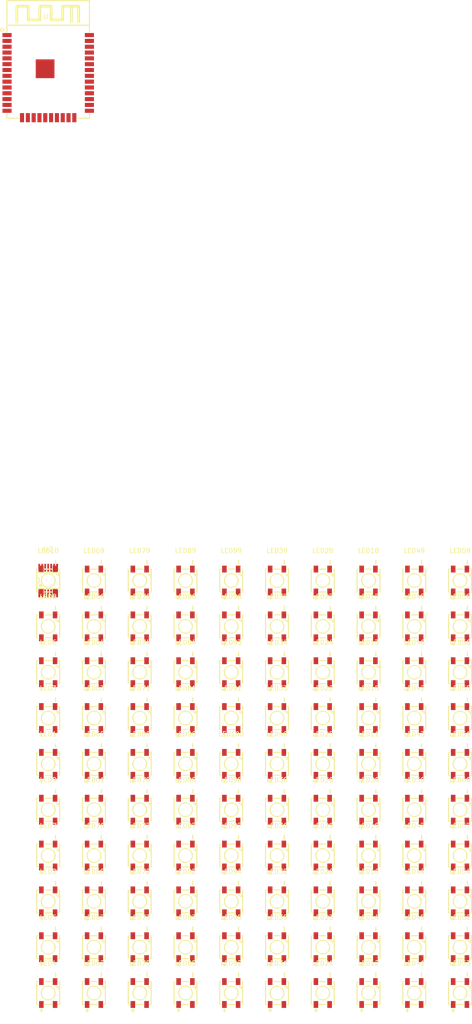
<source format=kicad_pcb>
(kicad_pcb (version 20241229) (generator "atopile") (generator_version "0.9.2")
  (layers (0 "F.Cu" signal) (31 "B.Cu" signal) (34 "B.Paste" user) (35 "F.Paste" user) (36 "B.SilkS" user "B.Silkscreen") (37 "F.SilkS" user "F.Silkscreen") (38 "B.Mask" user) (39 "F.Mask" user) (44 "Edge.Cuts" user))
  (net 0 "")
  (net 1 "IO23")
  (net 4 "IO21")
  (net 5 "SCS_CMD")
  (net 20 "IO32")
  (net 21 "IO27")
  (net 22 "n4OE")
  (net 37 "esp32Controller-GND")
  (net 51 "n2OE")
  (net 54 "IO12")
  (net 57 "IO22")
  (net 69 "IO19")
  (net 77 "RXD0")
  (net 79 "n1OE")
  (net 81 "SDI_SD1")
  (net 83 "SHD_SD2")
  (net 84 "P3V3")
  (net 85 "EN")
  (net 96 "TXD0")
  (net 101 "IO0")
  (net 107 "levelShifter-GND")
  (net 122 "P3A")
  (net 124 "P4Y")
  (net 137 "P2A")
  (net 140 "IO26")
  (net 155 "IO25")
  (net 157 "IO5")
  (net 162 "IO2")
  (net 164 "SENSOR_VN")
  (net 167 "IO35")
  (net 168 "IO33")
  (net 169 "P1Y")
  (net 172 "SENSOR_VP")
  (net 180 "P1A")
  (net 186 "n3OE")
  (net 187 "IO4")
  (net 200 "IO14")
  (net 202 "IO17")
  (net 205 "P2Y")
  (net 209 "IO18")
  (net 210 "IO16")
  (net 214 "SDO_SD0")
  (net 216 "IO34")
  (net 224 "P3Y")
  (net 225 "net")
  (net 226 "SCK_CLK")
  (net 228 "IO13")
  (net 233 "P4A")
  (net 237 "VCC")
  (net 239 "IO15")
  (net 250 "SWP_SD3")
  (net 253 "leds[0]-DIN-1")
  (net 254 "gnd")
  (net 255 "leds[7]-DOU")
  (net 256 "leds[0]-DIN")
  (net 257 "leds[4]-DIN-1")
  (net 258 "leds[5]-DOU-5")
  (net 259 "data_out-3")
  (net 260 "data_out")
  (net 261 "leds[6]-DIN")
  (net 262 "leds[6]-DOU")
  (net 263 "data_in")
  (net 264 "leds[5]-DOU-1")
  (net 265 "leds[5]-DOU-2")
  (net 266 "leds[4]-DIN-3")
  (net 267 "leds[5]-DOU")
  (net 268 "leds[9]-DOU")
  (net 269 "leds[8]-DIN")
  (net 270 "leds[4]-DOU-1")
  (net 271 "leds[7]-DIN")
  (net 272 "leds[0]-data_in")
  (net 273 "leds[0]-DOU")
  (net 274 "leds[2]-DIN")
  (net 275 "data_out-2")
  (net 276 "data_out-1")
  (net 277 "leds[7]-DOU-1")
  (net 278 "leds[8]-DOU-3")
  (net 279 "leds[5]-DOU-3")
  (net 280 "leds[5]-DIN")
  (net 281 "leds[1]-DOU")
  (net 282 "leds[9]-DIN")
  (net 283 "leds[4]-DIN-4")
  (net 284 "leds[2]-DOU")
  (net 285 "leds[1]-DIN")
  (net 286 "leds[7]-DOU-2")
  (net 287 "leds[8]-DOU")
  (net 288 "leds[7]-DIN-1")
  (net 289 "leds[4]-DOU")
  (net 290 "leds[1]-DIN-4")
  (net 291 "data_in-1")
  (net 292 "leds[7]-DOU-3")
  (net 293 "leds[8]-DOU-1")
  (net 294 "leds[5]-DOU-4")
  (net 295 "leds[9]-DIN-1")
  (net 296 "leds[8]-DIN-1")
  (net 297 "leds[1]-DIN-1")
  (net 298 "leds[2]-DOU-1")
  (net 299 "leds[1]-DIN-2")
  (net 300 "leds[2]-DIN-2")
  (net 301 "leds[3]-DIN")
  (net 302 "leds[6]-DOU-2")
  (net 303 "leds[5]-DIN-1")
  (net 304 "leds[3]-DOU-1")
  (net 305 "leds[3]-DOU")
  (net 306 "leds[9]-data_out")
  (net 307 "leds[8]-DOU-2")
  (net 308 "leds[3]-DIN-1")
  (net 309 "leds[5]-DIN-2")
  (net 310 "leds[6]-DIN-1")
  (net 311 "leds[4]-DIN")
  (net 312 "leds[1]-DOU-1")
  (net 313 "leds[0]-DIN-3")
  (net 314 "leds[8]-DIN-2")
  (net 315 "leds[3]-DIN-2")
  (net 316 "VDD")
  (net 317 "leds[3]-DOU-2")
  (net 318 "leds[9]-DOU-2")
  (net 319 "leds[4]-DIN-5")
  (net 320 "leds[0]-DIN-2")
  (net 321 "leds[3]-DIN-3")
  (net 322 "leds[0]-DIN-4")
  (net 323 "leds[0]-DOU-1")
  (net 324 "leds[6]-DIN-2")
  (net 325 "leds[8]-DOU-4")
  (net 326 "leds[9]-DOU-3")
  (net 327 "data_out-4")
  (net 328 "leds[1]-DIN-3")
  (net 329 "leds[7]-DOU-4")
  (net 330 "leds[9]-data_in")
  (net 331 "leds[6]-DOU-3")
  (net 332 "leds[7]-DIN-2")
  (net 333 "leds[3]-DOU-3")
  (net 334 "leds[1]-DOU-2")
  (net 335 "leds[0]-DOU-2")
  (net 336 "leds[9]-DIN-2")
  (net 337 "leds[9]-DOU-1")
  (net 338 "leds[2]-DOU-4")
  (net 339 "leds[1]-DOU-3")
  (net 340 "leds[6]-DOU-4")
  (net 341 "leds[8]-DOU-5")
  (net 342 "leds[2]-DOU-3")
  (net 343 "leds[2]-DOU-2")
  (net 344 "leds[2]-DOU-5")
  (net 345 "leds[2]-DIN-1")
  (net 346 "leds[7]-DOU-5")
  (net 347 "leds[9]-DOU-4")
  (net 348 "leds[9]-DOU-5")
  (net 349 "leds[4]-DOU-2")
  (net 350 "leds[4]-DIN-2")
  (net 351 "leds[6]-DOU-1")
  (net 352 "leds[0]-DOU-3")
  (net 353 "leds[6]-DIN-3")
  (net 354 "leds[3]-DOU-4")
  (net 355 "data_in-2")
  (net 356 "leds[8]-data_out")
  (footprint "Texas_Instruments_SN74AHCT125PWR:TSSOP-14_L5.0-W4.4-P0.65-LS6.4-BL" (layer "F.Cu") (at 0 -90 0)
    (property "Reference" "U2" (at 0 -6.8 0) (layer "F.SilkS") (hide no))
    (property "Value" "")
    (fp_text user "${REFERENCE}" (at 0 -6.8 0) (layer "F.SilkS"))
    (pad "1" smd rect (at -1.95 2.8 0) (size 0.4 1.7) (layers "F.Cu" "F.Paste" "F.Mask") (net 79 "n1OE"))
    (pad "2" smd rect (at -1.3 2.8 0) (size 0.4 1.7) (layers "F.Cu" "F.Paste" "F.Mask") (net 180 "P1A"))
    (pad "3" smd rect (at -0.65 2.8 0) (size 0.4 1.7) (layers "F.Cu" "F.Paste" "F.Mask") (net 169 "P1Y"))
    (pad "4" smd rect (at 0 2.8 0) (size 0.4 1.7) (layers "F.Cu" "F.Paste" "F.Mask") (net 51 "n2OE"))
    (pad "5" smd rect (at 0.65 2.8 0) (size 0.4 1.7) (layers "F.Cu" "F.Paste" "F.Mask") (net 137 "P2A"))
    (pad "6" smd rect (at 1.3 2.8 0) (size 0.4 1.7) (layers "F.Cu" "F.Paste" "F.Mask") (net 205 "P2Y"))
    (pad "7" smd rect (at 1.95 2.8 0) (size 0.4 1.7) (layers "F.Cu" "F.Paste" "F.Mask") (net 107 "levelShifter-GND"))
    (pad "8" smd rect (at 1.95 -2.8 0) (size 0.4 1.7) (layers "F.Cu" "F.Paste" "F.Mask") (net 224 "P3Y"))
    (pad "9" smd rect (at 1.3 -2.8 0) (size 0.4 1.7) (layers "F.Cu" "F.Paste" "F.Mask") (net 122 "P3A"))
    (pad "10" smd rect (at 0.65 -2.8 0) (size 0.4 1.7) (layers "F.Cu" "F.Paste" "F.Mask") (net 186 "n3OE"))
    (pad "11" smd rect (at 0 -2.8 0) (size 0.4 1.7) (layers "F.Cu" "F.Paste" "F.Mask") (net 124 "P4Y"))
    (pad "12" smd rect (at -0.65 -2.8 0) (size 0.4 1.7) (layers "F.Cu" "F.Paste" "F.Mask") (net 233 "P4A"))
    (pad "13" smd rect (at -1.3 -2.8 0) (size 0.4 1.7) (layers "F.Cu" "F.Paste" "F.Mask") (net 22 "n4OE"))
    (pad "14" smd rect (at -1.95 -2.8 0) (size 0.4 1.7) (layers "F.Cu" "F.Paste" "F.Mask") (net 237 "VCC"))
  )
  (footprint "Espressif_Systems_ESP32_WROOM_32_N4:WIFIM-SMD_ESP32-WROOM-32-N4" (layer "F.Cu") (at 0 -200 0)
    (property "Reference" "U1" (at 0 -13.01 0) (layer "F.SilkS") (hide no))
    (property "Value" "")
    (fp_text user "${REFERENCE}" (at 0 -13.01 0) (layer "F.SilkS"))
    (pad "1" smd rect (at -9 -9.01 0) (size 2 0.9) (layers "F.Cu" "F.Paste" "F.Mask") (net 37 "esp32Controller-GND"))
    (pad "2" smd rect (at -9 -7.74 0) (size 2 0.9) (layers "F.Cu" "F.Paste" "F.Mask") (net 84 "P3V3"))
    (pad "3" smd rect (at -9 -6.47 0) (size 2 0.9) (layers "F.Cu" "F.Paste" "F.Mask") (net 85 "EN"))
    (pad "4" smd rect (at -9 -5.2 0) (size 2 0.9) (layers "F.Cu" "F.Paste" "F.Mask") (net 172 "SENSOR_VP"))
    (pad "5" smd rect (at -9 -3.93 0) (size 2 0.9) (layers "F.Cu" "F.Paste" "F.Mask") (net 164 "SENSOR_VN"))
    (pad "6" smd rect (at -9 -2.66 0) (size 2 0.9) (layers "F.Cu" "F.Paste" "F.Mask") (net 216 "IO34"))
    (pad "7" smd rect (at -9 -1.39 0) (size 2 0.9) (layers "F.Cu" "F.Paste" "F.Mask") (net 167 "IO35"))
    (pad "8" smd rect (at -9 -0.12 0) (size 2 0.9) (layers "F.Cu" "F.Paste" "F.Mask") (net 20 "IO32"))
    (pad "9" smd rect (at -9 1.15 0) (size 2 0.9) (layers "F.Cu" "F.Paste" "F.Mask") (net 168 "IO33"))
    (pad "10" smd rect (at -9 2.42 0) (size 2 0.9) (layers "F.Cu" "F.Paste" "F.Mask") (net 155 "IO25"))
    (pad "11" smd rect (at -9 3.69 0) (size 2 0.9) (layers "F.Cu" "F.Paste" "F.Mask") (net 140 "IO26"))
    (pad "12" smd rect (at -9 4.96 0) (size 2 0.9) (layers "F.Cu" "F.Paste" "F.Mask") (net 21 "IO27"))
    (pad "13" smd rect (at -9 6.23 0) (size 2 0.9) (layers "F.Cu" "F.Paste" "F.Mask") (net 200 "IO14"))
    (pad "14" smd rect (at -9 7.5 0) (size 2 0.9) (layers "F.Cu" "F.Paste" "F.Mask") (net 54 "IO12"))
    (pad "15" smd rect (at -5.72 9.01 -90) (size 2 0.9) (layers "F.Cu" "F.Paste" "F.Mask") (net 37 "esp32Controller-GND"))
    (pad "16" smd rect (at -4.45 9.01 -90) (size 2 0.9) (layers "F.Cu" "F.Paste" "F.Mask") (net 228 "IO13"))
    (pad "17" smd rect (at -3.18 9.01 -90) (size 2 0.9) (layers "F.Cu" "F.Paste" "F.Mask") (net 83 "SHD_SD2"))
    (pad "18" smd rect (at -1.91 9.01 -90) (size 2 0.9) (layers "F.Cu" "F.Paste" "F.Mask") (net 250 "SWP_SD3"))
    (pad "19" smd rect (at -0.64 9.01 -90) (size 2 0.9) (layers "F.Cu" "F.Paste" "F.Mask") (net 5 "SCS_CMD"))
    (pad "20" smd rect (at 0.63 9.01 -90) (size 2 0.9) (layers "F.Cu" "F.Paste" "F.Mask") (net 226 "SCK_CLK"))
    (pad "21" smd rect (at 1.9 9.01 -90) (size 2 0.9) (layers "F.Cu" "F.Paste" "F.Mask") (net 214 "SDO_SD0"))
    (pad "22" smd rect (at 3.17 9.01 -90) (size 2 0.9) (layers "F.Cu" "F.Paste" "F.Mask") (net 81 "SDI_SD1"))
    (pad "23" smd rect (at 4.44 9.01 -90) (size 2 0.9) (layers "F.Cu" "F.Paste" "F.Mask") (net 239 "IO15"))
    (pad "24" smd rect (at 5.71 9.01 -90) (size 2 0.9) (layers "F.Cu" "F.Paste" "F.Mask") (net 162 "IO2"))
    (pad "25" smd rect (at 9 7.5 0) (size 2 0.9) (layers "F.Cu" "F.Paste" "F.Mask") (net 101 "IO0"))
    (pad "26" smd rect (at 9 6.23 0) (size 2 0.9) (layers "F.Cu" "F.Paste" "F.Mask") (net 187 "IO4"))
    (pad "27" smd rect (at 9 4.96 0) (size 2 0.9) (layers "F.Cu" "F.Paste" "F.Mask") (net 210 "IO16"))
    (pad "28" smd rect (at 9 3.69 0) (size 2 0.9) (layers "F.Cu" "F.Paste" "F.Mask") (net 202 "IO17"))
    (pad "29" smd rect (at 9 2.42 0) (size 2 0.9) (layers "F.Cu" "F.Paste" "F.Mask") (net 157 "IO5"))
    (pad "30" smd rect (at 9 1.15 0) (size 2 0.9) (layers "F.Cu" "F.Paste" "F.Mask") (net 209 "IO18"))
    (pad "31" smd rect (at 9 -0.12 0) (size 2 0.9) (layers "F.Cu" "F.Paste" "F.Mask") (net 69 "IO19"))
    (pad "32" smd rect (at 9 -1.39 0) (size 2 0.9) (layers "F.Cu" "F.Paste" "F.Mask") (net 225 "net"))
    (pad "33" smd rect (at 9 -2.66 0) (size 2 0.9) (layers "F.Cu" "F.Paste" "F.Mask") (net 4 "IO21"))
    (pad "34" smd rect (at 9 -3.93 0) (size 2 0.9) (layers "F.Cu" "F.Paste" "F.Mask") (net 77 "RXD0"))
    (pad "35" smd rect (at 9 -5.2 0) (size 2 0.9) (layers "F.Cu" "F.Paste" "F.Mask") (net 96 "TXD0"))
    (pad "36" smd rect (at 9 -6.47 0) (size 2 0.9) (layers "F.Cu" "F.Paste" "F.Mask") (net 57 "IO22"))
    (pad "37" smd rect (at 9 -7.74 0) (size 2 0.9) (layers "F.Cu" "F.Paste" "F.Mask") (net 1 "IO23"))
    (pad "38" smd rect (at 9 -9.01 0) (size 2 0.9) (layers "F.Cu" "F.Paste" "F.Mask") (net 37 "esp32Controller-GND"))
    (pad "39" smd rect (at -0.68 -1.66 0) (size 4.1 4.1) (layers "F.Cu" "F.Paste" "F.Mask") (net 37 "esp32Controller-GND"))
  )
  (footprint "XINGLIGHT_XL_5050RGBC_WS2812B:LED-SMD_4P-L5.0-W5.0-BL_XL-5050RGBC" (layer "F.Cu") (at 0 0 0)
    (property "Reference" "LED4" (at 0 -6.5 0) (layer "F.SilkS") (hide no))
    (property "Value" "")
    (fp_text user "${REFERENCE}" (at 0 -6.5 0) (layer "F.SilkS"))
    (pad "1" smd rect (at -1.5 2.5 90) (size 1.5 1) (layers "F.Cu" "F.Paste" "F.Mask") (net 316 "VDD"))
    (pad "2" smd rect (at 1.5 2.5 90) (size 1.5 1) (layers "F.Cu" "F.Paste" "F.Mask") (net 323 "leds[0]-DOU-1"))
    (pad "3" smd rect (at 1.5 -2.5 90) (size 1.5 1) (layers "F.Cu" "F.Paste" "F.Mask") (net 254 "gnd"))
    (pad "4" smd rect (at -1.5 -2.5 90) (size 1.5 1) (layers "F.Cu" "F.Paste" "F.Mask") (net 322 "leds[0]-DIN-4"))
  )
  (footprint "XINGLIGHT_XL_5050RGBC_WS2812B:LED-SMD_4P-L5.0-W5.0-BL_XL-5050RGBC" (layer "F.Cu") (at 0 -10 0)
    (property "Reference" "LED5" (at 0 -6.5 0) (layer "F.SilkS") (hide no))
    (property "Value" "")
    (fp_text user "${REFERENCE}" (at 0 -6.5 0) (layer "F.SilkS"))
    (pad "1" smd rect (at -1.5 2.5 90) (size 1.5 1) (layers "F.Cu" "F.Paste" "F.Mask") (net 316 "VDD"))
    (pad "2" smd rect (at 1.5 2.5 90) (size 1.5 1) (layers "F.Cu" "F.Paste" "F.Mask") (net 256 "leds[0]-DIN"))
    (pad "3" smd rect (at 1.5 -2.5 90) (size 1.5 1) (layers "F.Cu" "F.Paste" "F.Mask") (net 254 "gnd"))
    (pad "4" smd rect (at -1.5 -2.5 90) (size 1.5 1) (layers "F.Cu" "F.Paste" "F.Mask") (net 323 "leds[0]-DOU-1"))
  )
  (footprint "XINGLIGHT_XL_5050RGBC_WS2812B:LED-SMD_4P-L5.0-W5.0-BL_XL-5050RGBC" (layer "F.Cu") (at 0 -20 0)
    (property "Reference" "LED2" (at 0 -6.5 0) (layer "F.SilkS") (hide no))
    (property "Value" "")
    (fp_text user "${REFERENCE}" (at 0 -6.5 0) (layer "F.SilkS"))
    (pad "1" smd rect (at -1.5 2.5 90) (size 1.5 1) (layers "F.Cu" "F.Paste" "F.Mask") (net 316 "VDD"))
    (pad "2" smd rect (at 1.5 2.5 90) (size 1.5 1) (layers "F.Cu" "F.Paste" "F.Mask") (net 253 "leds[0]-DIN-1"))
    (pad "3" smd rect (at 1.5 -2.5 90) (size 1.5 1) (layers "F.Cu" "F.Paste" "F.Mask") (net 254 "gnd"))
    (pad "4" smd rect (at -1.5 -2.5 90) (size 1.5 1) (layers "F.Cu" "F.Paste" "F.Mask") (net 335 "leds[0]-DOU-2"))
  )
  (footprint "XINGLIGHT_XL_5050RGBC_WS2812B:LED-SMD_4P-L5.0-W5.0-BL_XL-5050RGBC" (layer "F.Cu") (at 0 -30 0)
    (property "Reference" "LED7" (at 0 -6.5 0) (layer "F.SilkS") (hide no))
    (property "Value" "")
    (fp_text user "${REFERENCE}" (at 0 -6.5 0) (layer "F.SilkS"))
    (pad "1" smd rect (at -1.5 2.5 90) (size 1.5 1) (layers "F.Cu" "F.Paste" "F.Mask") (net 316 "VDD"))
    (pad "2" smd rect (at 1.5 2.5 90) (size 1.5 1) (layers "F.Cu" "F.Paste" "F.Mask") (net 320 "leds[0]-DIN-2"))
    (pad "3" smd rect (at 1.5 -2.5 90) (size 1.5 1) (layers "F.Cu" "F.Paste" "F.Mask") (net 254 "gnd"))
    (pad "4" smd rect (at -1.5 -2.5 90) (size 1.5 1) (layers "F.Cu" "F.Paste" "F.Mask") (net 273 "leds[0]-DOU"))
  )
  (footprint "XINGLIGHT_XL_5050RGBC_WS2812B:LED-SMD_4P-L5.0-W5.0-BL_XL-5050RGBC" (layer "F.Cu") (at 0 -40 0)
    (property "Reference" "LED9" (at 0 -6.5 0) (layer "F.SilkS") (hide no))
    (property "Value" "")
    (fp_text user "${REFERENCE}" (at 0 -6.5 0) (layer "F.SilkS"))
    (pad "1" smd rect (at -1.5 2.5 90) (size 1.5 1) (layers "F.Cu" "F.Paste" "F.Mask") (net 316 "VDD"))
    (pad "2" smd rect (at 1.5 2.5 90) (size 1.5 1) (layers "F.Cu" "F.Paste" "F.Mask") (net 313 "leds[0]-DIN-3"))
    (pad "3" smd rect (at 1.5 -2.5 90) (size 1.5 1) (layers "F.Cu" "F.Paste" "F.Mask") (net 254 "gnd"))
    (pad "4" smd rect (at -1.5 -2.5 90) (size 1.5 1) (layers "F.Cu" "F.Paste" "F.Mask") (net 352 "leds[0]-DOU-3"))
  )
  (footprint "XINGLIGHT_XL_5050RGBC_WS2812B:LED-SMD_4P-L5.0-W5.0-BL_XL-5050RGBC" (layer "F.Cu") (at 0 -50 0)
    (property "Reference" "LED1" (at 0 -6.5 0) (layer "F.SilkS") (hide no))
    (property "Value" "")
    (fp_text user "${REFERENCE}" (at 0 -6.5 0) (layer "F.SilkS"))
    (pad "1" smd rect (at -1.5 2.5 90) (size 1.5 1) (layers "F.Cu" "F.Paste" "F.Mask") (net 316 "VDD"))
    (pad "2" smd rect (at 1.5 2.5 90) (size 1.5 1) (layers "F.Cu" "F.Paste" "F.Mask") (net 335 "leds[0]-DOU-2"))
    (pad "3" smd rect (at 1.5 -2.5 90) (size 1.5 1) (layers "F.Cu" "F.Paste" "F.Mask") (net 254 "gnd"))
    (pad "4" smd rect (at -1.5 -2.5 90) (size 1.5 1) (layers "F.Cu" "F.Paste" "F.Mask") (net 272 "leds[0]-data_in"))
  )
  (footprint "XINGLIGHT_XL_5050RGBC_WS2812B:LED-SMD_4P-L5.0-W5.0-BL_XL-5050RGBC" (layer "F.Cu") (at 0 -60 0)
    (property "Reference" "LED3" (at 0 -6.5 0) (layer "F.SilkS") (hide no))
    (property "Value" "")
    (fp_text user "${REFERENCE}" (at 0 -6.5 0) (layer "F.SilkS"))
    (pad "1" smd rect (at -1.5 2.5 90) (size 1.5 1) (layers "F.Cu" "F.Paste" "F.Mask") (net 316 "VDD"))
    (pad "2" smd rect (at 1.5 2.5 90) (size 1.5 1) (layers "F.Cu" "F.Paste" "F.Mask") (net 322 "leds[0]-DIN-4"))
    (pad "3" smd rect (at 1.5 -2.5 90) (size 1.5 1) (layers "F.Cu" "F.Paste" "F.Mask") (net 254 "gnd"))
    (pad "4" smd rect (at -1.5 -2.5 90) (size 1.5 1) (layers "F.Cu" "F.Paste" "F.Mask") (net 253 "leds[0]-DIN-1"))
  )
  (footprint "XINGLIGHT_XL_5050RGBC_WS2812B:LED-SMD_4P-L5.0-W5.0-BL_XL-5050RGBC" (layer "F.Cu") (at 0 -70 0)
    (property "Reference" "LED6" (at 0 -6.5 0) (layer "F.SilkS") (hide no))
    (property "Value" "")
    (fp_text user "${REFERENCE}" (at 0 -6.5 0) (layer "F.SilkS"))
    (pad "1" smd rect (at -1.5 2.5 90) (size 1.5 1) (layers "F.Cu" "F.Paste" "F.Mask") (net 316 "VDD"))
    (pad "2" smd rect (at 1.5 2.5 90) (size 1.5 1) (layers "F.Cu" "F.Paste" "F.Mask") (net 273 "leds[0]-DOU"))
    (pad "3" smd rect (at 1.5 -2.5 90) (size 1.5 1) (layers "F.Cu" "F.Paste" "F.Mask") (net 254 "gnd"))
    (pad "4" smd rect (at -1.5 -2.5 90) (size 1.5 1) (layers "F.Cu" "F.Paste" "F.Mask") (net 256 "leds[0]-DIN"))
  )
  (footprint "XINGLIGHT_XL_5050RGBC_WS2812B:LED-SMD_4P-L5.0-W5.0-BL_XL-5050RGBC" (layer "F.Cu") (at 0 -80 0)
    (property "Reference" "LED8" (at 0 -6.5 0) (layer "F.SilkS") (hide no))
    (property "Value" "")
    (fp_text user "${REFERENCE}" (at 0 -6.5 0) (layer "F.SilkS"))
    (pad "1" smd rect (at -1.5 2.5 90) (size 1.5 1) (layers "F.Cu" "F.Paste" "F.Mask") (net 316 "VDD"))
    (pad "2" smd rect (at 1.5 2.5 90) (size 1.5 1) (layers "F.Cu" "F.Paste" "F.Mask") (net 352 "leds[0]-DOU-3"))
    (pad "3" smd rect (at 1.5 -2.5 90) (size 1.5 1) (layers "F.Cu" "F.Paste" "F.Mask") (net 254 "gnd"))
    (pad "4" smd rect (at -1.5 -2.5 90) (size 1.5 1) (layers "F.Cu" "F.Paste" "F.Mask") (net 320 "leds[0]-DIN-2"))
  )
  (footprint "XINGLIGHT_XL_5050RGBC_WS2812B:LED-SMD_4P-L5.0-W5.0-BL_XL-5050RGBC" (layer "F.Cu") (at 0 -90 0)
    (property "Reference" "LED10" (at 0 -6.5 0) (layer "F.SilkS") (hide no))
    (property "Value" "")
    (fp_text user "${REFERENCE}" (at 0 -6.5 0) (layer "F.SilkS"))
    (pad "1" smd rect (at -1.5 2.5 90) (size 1.5 1) (layers "F.Cu" "F.Paste" "F.Mask") (net 316 "VDD"))
    (pad "2" smd rect (at 1.5 2.5 90) (size 1.5 1) (layers "F.Cu" "F.Paste" "F.Mask") (net 327 "data_out-4"))
    (pad "3" smd rect (at 1.5 -2.5 90) (size 1.5 1) (layers "F.Cu" "F.Paste" "F.Mask") (net 254 "gnd"))
    (pad "4" smd rect (at -1.5 -2.5 90) (size 1.5 1) (layers "F.Cu" "F.Paste" "F.Mask") (net 313 "leds[0]-DIN-3"))
  )
  (footprint "XINGLIGHT_XL_5050RGBC_WS2812B:LED-SMD_4P-L5.0-W5.0-BL_XL-5050RGBC" (layer "F.Cu") (at 10 0 0)
    (property "Reference" "LED62" (at 0 -6.5 0) (layer "F.SilkS") (hide no))
    (property "Value" "")
    (fp_text user "${REFERENCE}" (at 0 -6.5 0) (layer "F.SilkS"))
    (pad "1" smd rect (at -1.5 2.5 90) (size 1.5 1) (layers "F.Cu" "F.Paste" "F.Mask") (net 316 "VDD"))
    (pad "2" smd rect (at 1.5 2.5 90) (size 1.5 1) (layers "F.Cu" "F.Paste" "F.Mask") (net 351 "leds[6]-DOU-1"))
    (pad "3" smd rect (at 1.5 -2.5 90) (size 1.5 1) (layers "F.Cu" "F.Paste" "F.Mask") (net 254 "gnd"))
    (pad "4" smd rect (at -1.5 -2.5 90) (size 1.5 1) (layers "F.Cu" "F.Paste" "F.Mask") (net 324 "leds[6]-DIN-2"))
  )
  (footprint "XINGLIGHT_XL_5050RGBC_WS2812B:LED-SMD_4P-L5.0-W5.0-BL_XL-5050RGBC" (layer "F.Cu") (at 10 -10 0)
    (property "Reference" "LED67" (at 0 -6.5 0) (layer "F.SilkS") (hide no))
    (property "Value" "")
    (fp_text user "${REFERENCE}" (at 0 -6.5 0) (layer "F.SilkS"))
    (pad "1" smd rect (at -1.5 2.5 90) (size 1.5 1) (layers "F.Cu" "F.Paste" "F.Mask") (net 316 "VDD"))
    (pad "2" smd rect (at 1.5 2.5 90) (size 1.5 1) (layers "F.Cu" "F.Paste" "F.Mask") (net 310 "leds[6]-DIN-1"))
    (pad "3" smd rect (at 1.5 -2.5 90) (size 1.5 1) (layers "F.Cu" "F.Paste" "F.Mask") (net 254 "gnd"))
    (pad "4" smd rect (at -1.5 -2.5 90) (size 1.5 1) (layers "F.Cu" "F.Paste" "F.Mask") (net 262 "leds[6]-DOU"))
  )
  (footprint "XINGLIGHT_XL_5050RGBC_WS2812B:LED-SMD_4P-L5.0-W5.0-BL_XL-5050RGBC" (layer "F.Cu") (at 10 -20 0)
    (property "Reference" "LED68" (at 0 -6.5 0) (layer "F.SilkS") (hide no))
    (property "Value" "")
    (fp_text user "${REFERENCE}" (at 0 -6.5 0) (layer "F.SilkS"))
    (pad "1" smd rect (at -1.5 2.5 90) (size 1.5 1) (layers "F.Cu" "F.Paste" "F.Mask") (net 316 "VDD"))
    (pad "2" smd rect (at 1.5 2.5 90) (size 1.5 1) (layers "F.Cu" "F.Paste" "F.Mask") (net 331 "leds[6]-DOU-3"))
    (pad "3" smd rect (at 1.5 -2.5 90) (size 1.5 1) (layers "F.Cu" "F.Paste" "F.Mask") (net 254 "gnd"))
    (pad "4" smd rect (at -1.5 -2.5 90) (size 1.5 1) (layers "F.Cu" "F.Paste" "F.Mask") (net 310 "leds[6]-DIN-1"))
  )
  (footprint "XINGLIGHT_XL_5050RGBC_WS2812B:LED-SMD_4P-L5.0-W5.0-BL_XL-5050RGBC" (layer "F.Cu") (at 10 -30 0)
    (property "Reference" "LED70" (at 0 -6.5 0) (layer "F.SilkS") (hide no))
    (property "Value" "")
    (fp_text user "${REFERENCE}" (at 0 -6.5 0) (layer "F.SilkS"))
    (pad "1" smd rect (at -1.5 2.5 90) (size 1.5 1) (layers "F.Cu" "F.Paste" "F.Mask") (net 316 "VDD"))
    (pad "2" smd rect (at 1.5 2.5 90) (size 1.5 1) (layers "F.Cu" "F.Paste" "F.Mask") (net 275 "data_out-2"))
    (pad "3" smd rect (at 1.5 -2.5 90) (size 1.5 1) (layers "F.Cu" "F.Paste" "F.Mask") (net 254 "gnd"))
    (pad "4" smd rect (at -1.5 -2.5 90) (size 1.5 1) (layers "F.Cu" "F.Paste" "F.Mask") (net 340 "leds[6]-DOU-4"))
  )
  (footprint "XINGLIGHT_XL_5050RGBC_WS2812B:LED-SMD_4P-L5.0-W5.0-BL_XL-5050RGBC" (layer "F.Cu") (at 10 -40 0)
    (property "Reference" "LED61" (at 0 -6.5 0) (layer "F.SilkS") (hide no))
    (property "Value" "")
    (fp_text user "${REFERENCE}" (at 0 -6.5 0) (layer "F.SilkS"))
    (pad "1" smd rect (at -1.5 2.5 90) (size 1.5 1) (layers "F.Cu" "F.Paste" "F.Mask") (net 316 "VDD"))
    (pad "2" smd rect (at 1.5 2.5 90) (size 1.5 1) (layers "F.Cu" "F.Paste" "F.Mask") (net 324 "leds[6]-DIN-2"))
    (pad "3" smd rect (at 1.5 -2.5 90) (size 1.5 1) (layers "F.Cu" "F.Paste" "F.Mask") (net 254 "gnd"))
    (pad "4" smd rect (at -1.5 -2.5 90) (size 1.5 1) (layers "F.Cu" "F.Paste" "F.Mask") (net 355 "data_in-2"))
  )
  (footprint "XINGLIGHT_XL_5050RGBC_WS2812B:LED-SMD_4P-L5.0-W5.0-BL_XL-5050RGBC" (layer "F.Cu") (at 10 -50 0)
    (property "Reference" "LED65" (at 0 -6.5 0) (layer "F.SilkS") (hide no))
    (property "Value" "")
    (fp_text user "${REFERENCE}" (at 0 -6.5 0) (layer "F.SilkS"))
    (pad "1" smd rect (at -1.5 2.5 90) (size 1.5 1) (layers "F.Cu" "F.Paste" "F.Mask") (net 316 "VDD"))
    (pad "2" smd rect (at 1.5 2.5 90) (size 1.5 1) (layers "F.Cu" "F.Paste" "F.Mask") (net 353 "leds[6]-DIN-3"))
    (pad "3" smd rect (at 1.5 -2.5 90) (size 1.5 1) (layers "F.Cu" "F.Paste" "F.Mask") (net 254 "gnd"))
    (pad "4" smd rect (at -1.5 -2.5 90) (size 1.5 1) (layers "F.Cu" "F.Paste" "F.Mask") (net 261 "leds[6]-DIN"))
  )
  (footprint "XINGLIGHT_XL_5050RGBC_WS2812B:LED-SMD_4P-L5.0-W5.0-BL_XL-5050RGBC" (layer "F.Cu") (at 10 -60 0)
    (property "Reference" "LED63" (at 0 -6.5 0) (layer "F.SilkS") (hide no))
    (property "Value" "")
    (fp_text user "${REFERENCE}" (at 0 -6.5 0) (layer "F.SilkS"))
    (pad "1" smd rect (at -1.5 2.5 90) (size 1.5 1) (layers "F.Cu" "F.Paste" "F.Mask") (net 316 "VDD"))
    (pad "2" smd rect (at 1.5 2.5 90) (size 1.5 1) (layers "F.Cu" "F.Paste" "F.Mask") (net 302 "leds[6]-DOU-2"))
    (pad "3" smd rect (at 1.5 -2.5 90) (size 1.5 1) (layers "F.Cu" "F.Paste" "F.Mask") (net 254 "gnd"))
    (pad "4" smd rect (at -1.5 -2.5 90) (size 1.5 1) (layers "F.Cu" "F.Paste" "F.Mask") (net 351 "leds[6]-DOU-1"))
  )
  (footprint "XINGLIGHT_XL_5050RGBC_WS2812B:LED-SMD_4P-L5.0-W5.0-BL_XL-5050RGBC" (layer "F.Cu") (at 10 -70 0)
    (property "Reference" "LED64" (at 0 -6.5 0) (layer "F.SilkS") (hide no))
    (property "Value" "")
    (fp_text user "${REFERENCE}" (at 0 -6.5 0) (layer "F.SilkS"))
    (pad "1" smd rect (at -1.5 2.5 90) (size 1.5 1) (layers "F.Cu" "F.Paste" "F.Mask") (net 316 "VDD"))
    (pad "2" smd rect (at 1.5 2.5 90) (size 1.5 1) (layers "F.Cu" "F.Paste" "F.Mask") (net 261 "leds[6]-DIN"))
    (pad "3" smd rect (at 1.5 -2.5 90) (size 1.5 1) (layers "F.Cu" "F.Paste" "F.Mask") (net 254 "gnd"))
    (pad "4" smd rect (at -1.5 -2.5 90) (size 1.5 1) (layers "F.Cu" "F.Paste" "F.Mask") (net 302 "leds[6]-DOU-2"))
  )
  (footprint "XINGLIGHT_XL_5050RGBC_WS2812B:LED-SMD_4P-L5.0-W5.0-BL_XL-5050RGBC" (layer "F.Cu") (at 10 -80 0)
    (property "Reference" "LED66" (at 0 -6.5 0) (layer "F.SilkS") (hide no))
    (property "Value" "")
    (fp_text user "${REFERENCE}" (at 0 -6.5 0) (layer "F.SilkS"))
    (pad "1" smd rect (at -1.5 2.5 90) (size 1.5 1) (layers "F.Cu" "F.Paste" "F.Mask") (net 316 "VDD"))
    (pad "2" smd rect (at 1.5 2.5 90) (size 1.5 1) (layers "F.Cu" "F.Paste" "F.Mask") (net 262 "leds[6]-DOU"))
    (pad "3" smd rect (at 1.5 -2.5 90) (size 1.5 1) (layers "F.Cu" "F.Paste" "F.Mask") (net 254 "gnd"))
    (pad "4" smd rect (at -1.5 -2.5 90) (size 1.5 1) (layers "F.Cu" "F.Paste" "F.Mask") (net 353 "leds[6]-DIN-3"))
  )
  (footprint "XINGLIGHT_XL_5050RGBC_WS2812B:LED-SMD_4P-L5.0-W5.0-BL_XL-5050RGBC" (layer "F.Cu") (at 10 -90 0)
    (property "Reference" "LED69" (at 0 -6.5 0) (layer "F.SilkS") (hide no))
    (property "Value" "")
    (fp_text user "${REFERENCE}" (at 0 -6.5 0) (layer "F.SilkS"))
    (pad "1" smd rect (at -1.5 2.5 90) (size 1.5 1) (layers "F.Cu" "F.Paste" "F.Mask") (net 316 "VDD"))
    (pad "2" smd rect (at 1.5 2.5 90) (size 1.5 1) (layers "F.Cu" "F.Paste" "F.Mask") (net 340 "leds[6]-DOU-4"))
    (pad "3" smd rect (at 1.5 -2.5 90) (size 1.5 1) (layers "F.Cu" "F.Paste" "F.Mask") (net 254 "gnd"))
    (pad "4" smd rect (at -1.5 -2.5 90) (size 1.5 1) (layers "F.Cu" "F.Paste" "F.Mask") (net 331 "leds[6]-DOU-3"))
  )
  (footprint "XINGLIGHT_XL_5050RGBC_WS2812B:LED-SMD_4P-L5.0-W5.0-BL_XL-5050RGBC" (layer "F.Cu") (at 20 0 0)
    (property "Reference" "LED75" (at 0 -6.5 0) (layer "F.SilkS") (hide no))
    (property "Value" "")
    (fp_text user "${REFERENCE}" (at 0 -6.5 0) (layer "F.SilkS"))
    (pad "1" smd rect (at -1.5 2.5 90) (size 1.5 1) (layers "F.Cu" "F.Paste" "F.Mask") (net 316 "VDD"))
    (pad "2" smd rect (at 1.5 2.5 90) (size 1.5 1) (layers "F.Cu" "F.Paste" "F.Mask") (net 332 "leds[7]-DIN-2"))
    (pad "3" smd rect (at 1.5 -2.5 90) (size 1.5 1) (layers "F.Cu" "F.Paste" "F.Mask") (net 254 "gnd"))
    (pad "4" smd rect (at -1.5 -2.5 90) (size 1.5 1) (layers "F.Cu" "F.Paste" "F.Mask") (net 292 "leds[7]-DOU-3"))
  )
  (footprint "XINGLIGHT_XL_5050RGBC_WS2812B:LED-SMD_4P-L5.0-W5.0-BL_XL-5050RGBC" (layer "F.Cu") (at 20 -10 0)
    (property "Reference" "LED73" (at 0 -6.5 0) (layer "F.SilkS") (hide no))
    (property "Value" "")
    (fp_text user "${REFERENCE}" (at 0 -6.5 0) (layer "F.SilkS"))
    (pad "1" smd rect (at -1.5 2.5 90) (size 1.5 1) (layers "F.Cu" "F.Paste" "F.Mask") (net 316 "VDD"))
    (pad "2" smd rect (at 1.5 2.5 90) (size 1.5 1) (layers "F.Cu" "F.Paste" "F.Mask") (net 271 "leds[7]-DIN"))
    (pad "3" smd rect (at 1.5 -2.5 90) (size 1.5 1) (layers "F.Cu" "F.Paste" "F.Mask") (net 254 "gnd"))
    (pad "4" smd rect (at -1.5 -2.5 90) (size 1.5 1) (layers "F.Cu" "F.Paste" "F.Mask") (net 277 "leds[7]-DOU-1"))
  )
  (footprint "XINGLIGHT_XL_5050RGBC_WS2812B:LED-SMD_4P-L5.0-W5.0-BL_XL-5050RGBC" (layer "F.Cu") (at 20 -20 0)
    (property "Reference" "LED72" (at 0 -6.5 0) (layer "F.SilkS") (hide no))
    (property "Value" "")
    (fp_text user "${REFERENCE}" (at 0 -6.5 0) (layer "F.SilkS"))
    (pad "1" smd rect (at -1.5 2.5 90) (size 1.5 1) (layers "F.Cu" "F.Paste" "F.Mask") (net 316 "VDD"))
    (pad "2" smd rect (at 1.5 2.5 90) (size 1.5 1) (layers "F.Cu" "F.Paste" "F.Mask") (net 277 "leds[7]-DOU-1"))
    (pad "3" smd rect (at 1.5 -2.5 90) (size 1.5 1) (layers "F.Cu" "F.Paste" "F.Mask") (net 254 "gnd"))
    (pad "4" smd rect (at -1.5 -2.5 90) (size 1.5 1) (layers "F.Cu" "F.Paste" "F.Mask") (net 329 "leds[7]-DOU-4"))
  )
  (footprint "XINGLIGHT_XL_5050RGBC_WS2812B:LED-SMD_4P-L5.0-W5.0-BL_XL-5050RGBC" (layer "F.Cu") (at 20 -30 0)
    (property "Reference" "LED77" (at 0 -6.5 0) (layer "F.SilkS") (hide no))
    (property "Value" "")
    (fp_text user "${REFERENCE}" (at 0 -6.5 0) (layer "F.SilkS"))
    (pad "1" smd rect (at -1.5 2.5 90) (size 1.5 1) (layers "F.Cu" "F.Paste" "F.Mask") (net 316 "VDD"))
    (pad "2" smd rect (at 1.5 2.5 90) (size 1.5 1) (layers "F.Cu" "F.Paste" "F.Mask") (net 288 "leds[7]-DIN-1"))
    (pad "3" smd rect (at 1.5 -2.5 90) (size 1.5 1) (layers "F.Cu" "F.Paste" "F.Mask") (net 254 "gnd"))
    (pad "4" smd rect (at -1.5 -2.5 90) (size 1.5 1) (layers "F.Cu" "F.Paste" "F.Mask") (net 346 "leds[7]-DOU-5"))
  )
  (footprint "XINGLIGHT_XL_5050RGBC_WS2812B:LED-SMD_4P-L5.0-W5.0-BL_XL-5050RGBC" (layer "F.Cu") (at 20 -40 0)
    (property "Reference" "LED78" (at 0 -6.5 0) (layer "F.SilkS") (hide no))
    (property "Value" "")
    (fp_text user "${REFERENCE}" (at 0 -6.5 0) (layer "F.SilkS"))
    (pad "1" smd rect (at -1.5 2.5 90) (size 1.5 1) (layers "F.Cu" "F.Paste" "F.Mask") (net 316 "VDD"))
    (pad "2" smd rect (at 1.5 2.5 90) (size 1.5 1) (layers "F.Cu" "F.Paste" "F.Mask") (net 286 "leds[7]-DOU-2"))
    (pad "3" smd rect (at 1.5 -2.5 90) (size 1.5 1) (layers "F.Cu" "F.Paste" "F.Mask") (net 254 "gnd"))
    (pad "4" smd rect (at -1.5 -2.5 90) (size 1.5 1) (layers "F.Cu" "F.Paste" "F.Mask") (net 288 "leds[7]-DIN-1"))
  )
  (footprint "XINGLIGHT_XL_5050RGBC_WS2812B:LED-SMD_4P-L5.0-W5.0-BL_XL-5050RGBC" (layer "F.Cu") (at 20 -50 0)
    (property "Reference" "LED80" (at 0 -6.5 0) (layer "F.SilkS") (hide no))
    (property "Value" "")
    (fp_text user "${REFERENCE}" (at 0 -6.5 0) (layer "F.SilkS"))
    (pad "1" smd rect (at -1.5 2.5 90) (size 1.5 1) (layers "F.Cu" "F.Paste" "F.Mask") (net 316 "VDD"))
    (pad "2" smd rect (at 1.5 2.5 90) (size 1.5 1) (layers "F.Cu" "F.Paste" "F.Mask") (net 259 "data_out-3"))
    (pad "3" smd rect (at 1.5 -2.5 90) (size 1.5 1) (layers "F.Cu" "F.Paste" "F.Mask") (net 254 "gnd"))
    (pad "4" smd rect (at -1.5 -2.5 90) (size 1.5 1) (layers "F.Cu" "F.Paste" "F.Mask") (net 255 "leds[7]-DOU"))
  )
  (footprint "XINGLIGHT_XL_5050RGBC_WS2812B:LED-SMD_4P-L5.0-W5.0-BL_XL-5050RGBC" (layer "F.Cu") (at 20 -60 0)
    (property "Reference" "LED71" (at 0 -6.5 0) (layer "F.SilkS") (hide no))
    (property "Value" "")
    (fp_text user "${REFERENCE}" (at 0 -6.5 0) (layer "F.SilkS"))
    (pad "1" smd rect (at -1.5 2.5 90) (size 1.5 1) (layers "F.Cu" "F.Paste" "F.Mask") (net 316 "VDD"))
    (pad "2" smd rect (at 1.5 2.5 90) (size 1.5 1) (layers "F.Cu" "F.Paste" "F.Mask") (net 329 "leds[7]-DOU-4"))
    (pad "3" smd rect (at 1.5 -2.5 90) (size 1.5 1) (layers "F.Cu" "F.Paste" "F.Mask") (net 254 "gnd"))
    (pad "4" smd rect (at -1.5 -2.5 90) (size 1.5 1) (layers "F.Cu" "F.Paste" "F.Mask") (net 275 "data_out-2"))
  )
  (footprint "XINGLIGHT_XL_5050RGBC_WS2812B:LED-SMD_4P-L5.0-W5.0-BL_XL-5050RGBC" (layer "F.Cu") (at 20 -70 0)
    (property "Reference" "LED74" (at 0 -6.5 0) (layer "F.SilkS") (hide no))
    (property "Value" "")
    (fp_text user "${REFERENCE}" (at 0 -6.5 0) (layer "F.SilkS"))
    (pad "1" smd rect (at -1.5 2.5 90) (size 1.5 1) (layers "F.Cu" "F.Paste" "F.Mask") (net 316 "VDD"))
    (pad "2" smd rect (at 1.5 2.5 90) (size 1.5 1) (layers "F.Cu" "F.Paste" "F.Mask") (net 292 "leds[7]-DOU-3"))
    (pad "3" smd rect (at 1.5 -2.5 90) (size 1.5 1) (layers "F.Cu" "F.Paste" "F.Mask") (net 254 "gnd"))
    (pad "4" smd rect (at -1.5 -2.5 90) (size 1.5 1) (layers "F.Cu" "F.Paste" "F.Mask") (net 271 "leds[7]-DIN"))
  )
  (footprint "XINGLIGHT_XL_5050RGBC_WS2812B:LED-SMD_4P-L5.0-W5.0-BL_XL-5050RGBC" (layer "F.Cu") (at 20 -80 0)
    (property "Reference" "LED76" (at 0 -6.5 0) (layer "F.SilkS") (hide no))
    (property "Value" "")
    (fp_text user "${REFERENCE}" (at 0 -6.5 0) (layer "F.SilkS"))
    (pad "1" smd rect (at -1.5 2.5 90) (size 1.5 1) (layers "F.Cu" "F.Paste" "F.Mask") (net 316 "VDD"))
    (pad "2" smd rect (at 1.5 2.5 90) (size 1.5 1) (layers "F.Cu" "F.Paste" "F.Mask") (net 346 "leds[7]-DOU-5"))
    (pad "3" smd rect (at 1.5 -2.5 90) (size 1.5 1) (layers "F.Cu" "F.Paste" "F.Mask") (net 254 "gnd"))
    (pad "4" smd rect (at -1.5 -2.5 90) (size 1.5 1) (layers "F.Cu" "F.Paste" "F.Mask") (net 332 "leds[7]-DIN-2"))
  )
  (footprint "XINGLIGHT_XL_5050RGBC_WS2812B:LED-SMD_4P-L5.0-W5.0-BL_XL-5050RGBC" (layer "F.Cu") (at 20 -90 0)
    (property "Reference" "LED79" (at 0 -6.5 0) (layer "F.SilkS") (hide no))
    (property "Value" "")
    (fp_text user "${REFERENCE}" (at 0 -6.5 0) (layer "F.SilkS"))
    (pad "1" smd rect (at -1.5 2.5 90) (size 1.5 1) (layers "F.Cu" "F.Paste" "F.Mask") (net 316 "VDD"))
    (pad "2" smd rect (at 1.5 2.5 90) (size 1.5 1) (layers "F.Cu" "F.Paste" "F.Mask") (net 255 "leds[7]-DOU"))
    (pad "3" smd rect (at 1.5 -2.5 90) (size 1.5 1) (layers "F.Cu" "F.Paste" "F.Mask") (net 254 "gnd"))
    (pad "4" smd rect (at -1.5 -2.5 90) (size 1.5 1) (layers "F.Cu" "F.Paste" "F.Mask") (net 286 "leds[7]-DOU-2"))
  )
  (footprint "XINGLIGHT_XL_5050RGBC_WS2812B:LED-SMD_4P-L5.0-W5.0-BL_XL-5050RGBC" (layer "F.Cu") (at 30 0 0)
    (property "Reference" "LED85" (at 0 -6.5 0) (layer "F.SilkS") (hide no))
    (property "Value" "")
    (fp_text user "${REFERENCE}" (at 0 -6.5 0) (layer "F.SilkS"))
    (pad "1" smd rect (at -1.5 2.5 90) (size 1.5 1) (layers "F.Cu" "F.Paste" "F.Mask") (net 316 "VDD"))
    (pad "2" smd rect (at 1.5 2.5 90) (size 1.5 1) (layers "F.Cu" "F.Paste" "F.Mask") (net 314 "leds[8]-DIN-2"))
    (pad "3" smd rect (at 1.5 -2.5 90) (size 1.5 1) (layers "F.Cu" "F.Paste" "F.Mask") (net 254 "gnd"))
    (pad "4" smd rect (at -1.5 -2.5 90) (size 1.5 1) (layers "F.Cu" "F.Paste" "F.Mask") (net 278 "leds[8]-DOU-3"))
  )
  (footprint "XINGLIGHT_XL_5050RGBC_WS2812B:LED-SMD_4P-L5.0-W5.0-BL_XL-5050RGBC" (layer "F.Cu") (at 30 -10 0)
    (property "Reference" "LED83" (at 0 -6.5 0) (layer "F.SilkS") (hide no))
    (property "Value" "")
    (fp_text user "${REFERENCE}" (at 0 -6.5 0) (layer "F.SilkS"))
    (pad "1" smd rect (at -1.5 2.5 90) (size 1.5 1) (layers "F.Cu" "F.Paste" "F.Mask") (net 316 "VDD"))
    (pad "2" smd rect (at 1.5 2.5 90) (size 1.5 1) (layers "F.Cu" "F.Paste" "F.Mask") (net 296 "leds[8]-DIN-1"))
    (pad "3" smd rect (at 1.5 -2.5 90) (size 1.5 1) (layers "F.Cu" "F.Paste" "F.Mask") (net 254 "gnd"))
    (pad "4" smd rect (at -1.5 -2.5 90) (size 1.5 1) (layers "F.Cu" "F.Paste" "F.Mask") (net 293 "leds[8]-DOU-1"))
  )
  (footprint "XINGLIGHT_XL_5050RGBC_WS2812B:LED-SMD_4P-L5.0-W5.0-BL_XL-5050RGBC" (layer "F.Cu") (at 30 -20 0)
    (property "Reference" "LED82" (at 0 -6.5 0) (layer "F.SilkS") (hide no))
    (property "Value" "")
    (fp_text user "${REFERENCE}" (at 0 -6.5 0) (layer "F.SilkS"))
    (pad "1" smd rect (at -1.5 2.5 90) (size 1.5 1) (layers "F.Cu" "F.Paste" "F.Mask") (net 316 "VDD"))
    (pad "2" smd rect (at 1.5 2.5 90) (size 1.5 1) (layers "F.Cu" "F.Paste" "F.Mask") (net 293 "leds[8]-DOU-1"))
    (pad "3" smd rect (at 1.5 -2.5 90) (size 1.5 1) (layers "F.Cu" "F.Paste" "F.Mask") (net 254 "gnd"))
    (pad "4" smd rect (at -1.5 -2.5 90) (size 1.5 1) (layers "F.Cu" "F.Paste" "F.Mask") (net 287 "leds[8]-DOU"))
  )
  (footprint "XINGLIGHT_XL_5050RGBC_WS2812B:LED-SMD_4P-L5.0-W5.0-BL_XL-5050RGBC" (layer "F.Cu") (at 30 -30 0)
    (property "Reference" "LED87" (at 0 -6.5 0) (layer "F.SilkS") (hide no))
    (property "Value" "")
    (fp_text user "${REFERENCE}" (at 0 -6.5 0) (layer "F.SilkS"))
    (pad "1" smd rect (at -1.5 2.5 90) (size 1.5 1) (layers "F.Cu" "F.Paste" "F.Mask") (net 316 "VDD"))
    (pad "2" smd rect (at 1.5 2.5 90) (size 1.5 1) (layers "F.Cu" "F.Paste" "F.Mask") (net 269 "leds[8]-DIN"))
    (pad "3" smd rect (at 1.5 -2.5 90) (size 1.5 1) (layers "F.Cu" "F.Paste" "F.Mask") (net 254 "gnd"))
    (pad "4" smd rect (at -1.5 -2.5 90) (size 1.5 1) (layers "F.Cu" "F.Paste" "F.Mask") (net 307 "leds[8]-DOU-2"))
  )
  (footprint "XINGLIGHT_XL_5050RGBC_WS2812B:LED-SMD_4P-L5.0-W5.0-BL_XL-5050RGBC" (layer "F.Cu") (at 30 -40 0)
    (property "Reference" "LED88" (at 0 -6.5 0) (layer "F.SilkS") (hide no))
    (property "Value" "")
    (fp_text user "${REFERENCE}" (at 0 -6.5 0) (layer "F.SilkS"))
    (pad "1" smd rect (at -1.5 2.5 90) (size 1.5 1) (layers "F.Cu" "F.Paste" "F.Mask") (net 316 "VDD"))
    (pad "2" smd rect (at 1.5 2.5 90) (size 1.5 1) (layers "F.Cu" "F.Paste" "F.Mask") (net 341 "leds[8]-DOU-5"))
    (pad "3" smd rect (at 1.5 -2.5 90) (size 1.5 1) (layers "F.Cu" "F.Paste" "F.Mask") (net 254 "gnd"))
    (pad "4" smd rect (at -1.5 -2.5 90) (size 1.5 1) (layers "F.Cu" "F.Paste" "F.Mask") (net 269 "leds[8]-DIN"))
  )
  (footprint "XINGLIGHT_XL_5050RGBC_WS2812B:LED-SMD_4P-L5.0-W5.0-BL_XL-5050RGBC" (layer "F.Cu") (at 30 -50 0)
    (property "Reference" "LED90" (at 0 -6.5 0) (layer "F.SilkS") (hide no))
    (property "Value" "")
    (fp_text user "${REFERENCE}" (at 0 -6.5 0) (layer "F.SilkS"))
    (pad "1" smd rect (at -1.5 2.5 90) (size 1.5 1) (layers "F.Cu" "F.Paste" "F.Mask") (net 316 "VDD"))
    (pad "2" smd rect (at 1.5 2.5 90) (size 1.5 1) (layers "F.Cu" "F.Paste" "F.Mask") (net 356 "leds[8]-data_out"))
    (pad "3" smd rect (at 1.5 -2.5 90) (size 1.5 1) (layers "F.Cu" "F.Paste" "F.Mask") (net 254 "gnd"))
    (pad "4" smd rect (at -1.5 -2.5 90) (size 1.5 1) (layers "F.Cu" "F.Paste" "F.Mask") (net 325 "leds[8]-DOU-4"))
  )
  (footprint "XINGLIGHT_XL_5050RGBC_WS2812B:LED-SMD_4P-L5.0-W5.0-BL_XL-5050RGBC" (layer "F.Cu") (at 30 -60 0)
    (property "Reference" "LED81" (at 0 -6.5 0) (layer "F.SilkS") (hide no))
    (property "Value" "")
    (fp_text user "${REFERENCE}" (at 0 -6.5 0) (layer "F.SilkS"))
    (pad "1" smd rect (at -1.5 2.5 90) (size 1.5 1) (layers "F.Cu" "F.Paste" "F.Mask") (net 316 "VDD"))
    (pad "2" smd rect (at 1.5 2.5 90) (size 1.5 1) (layers "F.Cu" "F.Paste" "F.Mask") (net 287 "leds[8]-DOU"))
    (pad "3" smd rect (at 1.5 -2.5 90) (size 1.5 1) (layers "F.Cu" "F.Paste" "F.Mask") (net 254 "gnd"))
    (pad "4" smd rect (at -1.5 -2.5 90) (size 1.5 1) (layers "F.Cu" "F.Paste" "F.Mask") (net 259 "data_out-3"))
  )
  (footprint "XINGLIGHT_XL_5050RGBC_WS2812B:LED-SMD_4P-L5.0-W5.0-BL_XL-5050RGBC" (layer "F.Cu") (at 30 -70 0)
    (property "Reference" "LED84" (at 0 -6.5 0) (layer "F.SilkS") (hide no))
    (property "Value" "")
    (fp_text user "${REFERENCE}" (at 0 -6.5 0) (layer "F.SilkS"))
    (pad "1" smd rect (at -1.5 2.5 90) (size 1.5 1) (layers "F.Cu" "F.Paste" "F.Mask") (net 316 "VDD"))
    (pad "2" smd rect (at 1.5 2.5 90) (size 1.5 1) (layers "F.Cu" "F.Paste" "F.Mask") (net 278 "leds[8]-DOU-3"))
    (pad "3" smd rect (at 1.5 -2.5 90) (size 1.5 1) (layers "F.Cu" "F.Paste" "F.Mask") (net 254 "gnd"))
    (pad "4" smd rect (at -1.5 -2.5 90) (size 1.5 1) (layers "F.Cu" "F.Paste" "F.Mask") (net 296 "leds[8]-DIN-1"))
  )
  (footprint "XINGLIGHT_XL_5050RGBC_WS2812B:LED-SMD_4P-L5.0-W5.0-BL_XL-5050RGBC" (layer "F.Cu") (at 30 -80 0)
    (property "Reference" "LED86" (at 0 -6.5 0) (layer "F.SilkS") (hide no))
    (property "Value" "")
    (fp_text user "${REFERENCE}" (at 0 -6.5 0) (layer "F.SilkS"))
    (pad "1" smd rect (at -1.5 2.5 90) (size 1.5 1) (layers "F.Cu" "F.Paste" "F.Mask") (net 316 "VDD"))
    (pad "2" smd rect (at 1.5 2.5 90) (size 1.5 1) (layers "F.Cu" "F.Paste" "F.Mask") (net 307 "leds[8]-DOU-2"))
    (pad "3" smd rect (at 1.5 -2.5 90) (size 1.5 1) (layers "F.Cu" "F.Paste" "F.Mask") (net 254 "gnd"))
    (pad "4" smd rect (at -1.5 -2.5 90) (size 1.5 1) (layers "F.Cu" "F.Paste" "F.Mask") (net 314 "leds[8]-DIN-2"))
  )
  (footprint "XINGLIGHT_XL_5050RGBC_WS2812B:LED-SMD_4P-L5.0-W5.0-BL_XL-5050RGBC" (layer "F.Cu") (at 30 -90 0)
    (property "Reference" "LED89" (at 0 -6.5 0) (layer "F.SilkS") (hide no))
    (property "Value" "")
    (fp_text user "${REFERENCE}" (at 0 -6.5 0) (layer "F.SilkS"))
    (pad "1" smd rect (at -1.5 2.5 90) (size 1.5 1) (layers "F.Cu" "F.Paste" "F.Mask") (net 316 "VDD"))
    (pad "2" smd rect (at 1.5 2.5 90) (size 1.5 1) (layers "F.Cu" "F.Paste" "F.Mask") (net 325 "leds[8]-DOU-4"))
    (pad "3" smd rect (at 1.5 -2.5 90) (size 1.5 1) (layers "F.Cu" "F.Paste" "F.Mask") (net 254 "gnd"))
    (pad "4" smd rect (at -1.5 -2.5 90) (size 1.5 1) (layers "F.Cu" "F.Paste" "F.Mask") (net 341 "leds[8]-DOU-5"))
  )
  (footprint "XINGLIGHT_XL_5050RGBC_WS2812B:LED-SMD_4P-L5.0-W5.0-BL_XL-5050RGBC" (layer "F.Cu") (at 40 0 0)
    (property "Reference" "LED92" (at 0 -6.5 0) (layer "F.SilkS") (hide no))
    (property "Value" "")
    (fp_text user "${REFERENCE}" (at 0 -6.5 0) (layer "F.SilkS"))
    (pad "1" smd rect (at -1.5 2.5 90) (size 1.5 1) (layers "F.Cu" "F.Paste" "F.Mask") (net 316 "VDD"))
    (pad "2" smd rect (at 1.5 2.5 90) (size 1.5 1) (layers "F.Cu" "F.Paste" "F.Mask") (net 282 "leds[9]-DIN"))
    (pad "3" smd rect (at 1.5 -2.5 90) (size 1.5 1) (layers "F.Cu" "F.Paste" "F.Mask") (net 254 "gnd"))
    (pad "4" smd rect (at -1.5 -2.5 90) (size 1.5 1) (layers "F.Cu" "F.Paste" "F.Mask") (net 348 "leds[9]-DOU-5"))
  )
  (footprint "XINGLIGHT_XL_5050RGBC_WS2812B:LED-SMD_4P-L5.0-W5.0-BL_XL-5050RGBC" (layer "F.Cu") (at 40 -10 0)
    (property "Reference" "LED95" (at 0 -6.5 0) (layer "F.SilkS") (hide no))
    (property "Value" "")
    (fp_text user "${REFERENCE}" (at 0 -6.5 0) (layer "F.SilkS"))
    (pad "1" smd rect (at -1.5 2.5 90) (size 1.5 1) (layers "F.Cu" "F.Paste" "F.Mask") (net 316 "VDD"))
    (pad "2" smd rect (at 1.5 2.5 90) (size 1.5 1) (layers "F.Cu" "F.Paste" "F.Mask") (net 336 "leds[9]-DIN-2"))
    (pad "3" smd rect (at 1.5 -2.5 90) (size 1.5 1) (layers "F.Cu" "F.Paste" "F.Mask") (net 254 "gnd"))
    (pad "4" smd rect (at -1.5 -2.5 90) (size 1.5 1) (layers "F.Cu" "F.Paste" "F.Mask") (net 318 "leds[9]-DOU-2"))
  )
  (footprint "XINGLIGHT_XL_5050RGBC_WS2812B:LED-SMD_4P-L5.0-W5.0-BL_XL-5050RGBC" (layer "F.Cu") (at 40 -20 0)
    (property "Reference" "LED94" (at 0 -6.5 0) (layer "F.SilkS") (hide no))
    (property "Value" "")
    (fp_text user "${REFERENCE}" (at 0 -6.5 0) (layer "F.SilkS"))
    (pad "1" smd rect (at -1.5 2.5 90) (size 1.5 1) (layers "F.Cu" "F.Paste" "F.Mask") (net 316 "VDD"))
    (pad "2" smd rect (at 1.5 2.5 90) (size 1.5 1) (layers "F.Cu" "F.Paste" "F.Mask") (net 318 "leds[9]-DOU-2"))
    (pad "3" smd rect (at 1.5 -2.5 90) (size 1.5 1) (layers "F.Cu" "F.Paste" "F.Mask") (net 254 "gnd"))
    (pad "4" smd rect (at -1.5 -2.5 90) (size 1.5 1) (layers "F.Cu" "F.Paste" "F.Mask") (net 326 "leds[9]-DOU-3"))
  )
  (footprint "XINGLIGHT_XL_5050RGBC_WS2812B:LED-SMD_4P-L5.0-W5.0-BL_XL-5050RGBC" (layer "F.Cu") (at 40 -30 0)
    (property "Reference" "LED97" (at 0 -6.5 0) (layer "F.SilkS") (hide no))
    (property "Value" "")
    (fp_text user "${REFERENCE}" (at 0 -6.5 0) (layer "F.SilkS"))
    (pad "1" smd rect (at -1.5 2.5 90) (size 1.5 1) (layers "F.Cu" "F.Paste" "F.Mask") (net 316 "VDD"))
    (pad "2" smd rect (at 1.5 2.5 90) (size 1.5 1) (layers "F.Cu" "F.Paste" "F.Mask") (net 295 "leds[9]-DIN-1"))
    (pad "3" smd rect (at 1.5 -2.5 90) (size 1.5 1) (layers "F.Cu" "F.Paste" "F.Mask") (net 254 "gnd"))
    (pad "4" smd rect (at -1.5 -2.5 90) (size 1.5 1) (layers "F.Cu" "F.Paste" "F.Mask") (net 337 "leds[9]-DOU-1"))
  )
  (footprint "XINGLIGHT_XL_5050RGBC_WS2812B:LED-SMD_4P-L5.0-W5.0-BL_XL-5050RGBC" (layer "F.Cu") (at 40 -40 0)
    (property "Reference" "LED98" (at 0 -6.5 0) (layer "F.SilkS") (hide no))
    (property "Value" "")
    (fp_text user "${REFERENCE}" (at 0 -6.5 0) (layer "F.SilkS"))
    (pad "1" smd rect (at -1.5 2.5 90) (size 1.5 1) (layers "F.Cu" "F.Paste" "F.Mask") (net 316 "VDD"))
    (pad "2" smd rect (at 1.5 2.5 90) (size 1.5 1) (layers "F.Cu" "F.Paste" "F.Mask") (net 347 "leds[9]-DOU-4"))
    (pad "3" smd rect (at 1.5 -2.5 90) (size 1.5 1) (layers "F.Cu" "F.Paste" "F.Mask") (net 254 "gnd"))
    (pad "4" smd rect (at -1.5 -2.5 90) (size 1.5 1) (layers "F.Cu" "F.Paste" "F.Mask") (net 295 "leds[9]-DIN-1"))
  )
  (footprint "XINGLIGHT_XL_5050RGBC_WS2812B:LED-SMD_4P-L5.0-W5.0-BL_XL-5050RGBC" (layer "F.Cu") (at 40 -50 0)
    (property "Reference" "LED100" (at 0 -6.5 0) (layer "F.SilkS") (hide no))
    (property "Value" "")
    (fp_text user "${REFERENCE}" (at 0 -6.5 0) (layer "F.SilkS"))
    (pad "1" smd rect (at -1.5 2.5 90) (size 1.5 1) (layers "F.Cu" "F.Paste" "F.Mask") (net 316 "VDD"))
    (pad "2" smd rect (at 1.5 2.5 90) (size 1.5 1) (layers "F.Cu" "F.Paste" "F.Mask") (net 306 "leds[9]-data_out"))
    (pad "3" smd rect (at 1.5 -2.5 90) (size 1.5 1) (layers "F.Cu" "F.Paste" "F.Mask") (net 254 "gnd"))
    (pad "4" smd rect (at -1.5 -2.5 90) (size 1.5 1) (layers "F.Cu" "F.Paste" "F.Mask") (net 268 "leds[9]-DOU"))
  )
  (footprint "XINGLIGHT_XL_5050RGBC_WS2812B:LED-SMD_4P-L5.0-W5.0-BL_XL-5050RGBC" (layer "F.Cu") (at 40 -60 0)
    (property "Reference" "LED91" (at 0 -6.5 0) (layer "F.SilkS") (hide no))
    (property "Value" "")
    (fp_text user "${REFERENCE}" (at 0 -6.5 0) (layer "F.SilkS"))
    (pad "1" smd rect (at -1.5 2.5 90) (size 1.5 1) (layers "F.Cu" "F.Paste" "F.Mask") (net 316 "VDD"))
    (pad "2" smd rect (at 1.5 2.5 90) (size 1.5 1) (layers "F.Cu" "F.Paste" "F.Mask") (net 348 "leds[9]-DOU-5"))
    (pad "3" smd rect (at 1.5 -2.5 90) (size 1.5 1) (layers "F.Cu" "F.Paste" "F.Mask") (net 254 "gnd"))
    (pad "4" smd rect (at -1.5 -2.5 90) (size 1.5 1) (layers "F.Cu" "F.Paste" "F.Mask") (net 330 "leds[9]-data_in"))
  )
  (footprint "XINGLIGHT_XL_5050RGBC_WS2812B:LED-SMD_4P-L5.0-W5.0-BL_XL-5050RGBC" (layer "F.Cu") (at 40 -70 0)
    (property "Reference" "LED93" (at 0 -6.5 0) (layer "F.SilkS") (hide no))
    (property "Value" "")
    (fp_text user "${REFERENCE}" (at 0 -6.5 0) (layer "F.SilkS"))
    (pad "1" smd rect (at -1.5 2.5 90) (size 1.5 1) (layers "F.Cu" "F.Paste" "F.Mask") (net 316 "VDD"))
    (pad "2" smd rect (at 1.5 2.5 90) (size 1.5 1) (layers "F.Cu" "F.Paste" "F.Mask") (net 326 "leds[9]-DOU-3"))
    (pad "3" smd rect (at 1.5 -2.5 90) (size 1.5 1) (layers "F.Cu" "F.Paste" "F.Mask") (net 254 "gnd"))
    (pad "4" smd rect (at -1.5 -2.5 90) (size 1.5 1) (layers "F.Cu" "F.Paste" "F.Mask") (net 282 "leds[9]-DIN"))
  )
  (footprint "XINGLIGHT_XL_5050RGBC_WS2812B:LED-SMD_4P-L5.0-W5.0-BL_XL-5050RGBC" (layer "F.Cu") (at 40 -80 0)
    (property "Reference" "LED96" (at 0 -6.5 0) (layer "F.SilkS") (hide no))
    (property "Value" "")
    (fp_text user "${REFERENCE}" (at 0 -6.5 0) (layer "F.SilkS"))
    (pad "1" smd rect (at -1.5 2.5 90) (size 1.5 1) (layers "F.Cu" "F.Paste" "F.Mask") (net 316 "VDD"))
    (pad "2" smd rect (at 1.5 2.5 90) (size 1.5 1) (layers "F.Cu" "F.Paste" "F.Mask") (net 337 "leds[9]-DOU-1"))
    (pad "3" smd rect (at 1.5 -2.5 90) (size 1.5 1) (layers "F.Cu" "F.Paste" "F.Mask") (net 254 "gnd"))
    (pad "4" smd rect (at -1.5 -2.5 90) (size 1.5 1) (layers "F.Cu" "F.Paste" "F.Mask") (net 336 "leds[9]-DIN-2"))
  )
  (footprint "XINGLIGHT_XL_5050RGBC_WS2812B:LED-SMD_4P-L5.0-W5.0-BL_XL-5050RGBC" (layer "F.Cu") (at 40 -90 0)
    (property "Reference" "LED99" (at 0 -6.5 0) (layer "F.SilkS") (hide no))
    (property "Value" "")
    (fp_text user "${REFERENCE}" (at 0 -6.5 0) (layer "F.SilkS"))
    (pad "1" smd rect (at -1.5 2.5 90) (size 1.5 1) (layers "F.Cu" "F.Paste" "F.Mask") (net 316 "VDD"))
    (pad "2" smd rect (at 1.5 2.5 90) (size 1.5 1) (layers "F.Cu" "F.Paste" "F.Mask") (net 268 "leds[9]-DOU"))
    (pad "3" smd rect (at 1.5 -2.5 90) (size 1.5 1) (layers "F.Cu" "F.Paste" "F.Mask") (net 254 "gnd"))
    (pad "4" smd rect (at -1.5 -2.5 90) (size 1.5 1) (layers "F.Cu" "F.Paste" "F.Mask") (net 347 "leds[9]-DOU-4"))
  )
  (footprint "XINGLIGHT_XL_5050RGBC_WS2812B:LED-SMD_4P-L5.0-W5.0-BL_XL-5050RGBC" (layer "F.Cu") (at 50 0 0)
    (property "Reference" "LED31" (at 0 -6.5 0) (layer "F.SilkS") (hide no))
    (property "Value" "")
    (fp_text user "${REFERENCE}" (at 0 -6.5 0) (layer "F.SilkS"))
    (pad "1" smd rect (at -1.5 2.5 90) (size 1.5 1) (layers "F.Cu" "F.Paste" "F.Mask") (net 316 "VDD"))
    (pad "2" smd rect (at 1.5 2.5 90) (size 1.5 1) (layers "F.Cu" "F.Paste" "F.Mask") (net 321 "leds[3]-DIN-3"))
    (pad "3" smd rect (at 1.5 -2.5 90) (size 1.5 1) (layers "F.Cu" "F.Paste" "F.Mask") (net 254 "gnd"))
    (pad "4" smd rect (at -1.5 -2.5 90) (size 1.5 1) (layers "F.Cu" "F.Paste" "F.Mask") (net 260 "data_out"))
  )
  (footprint "XINGLIGHT_XL_5050RGBC_WS2812B:LED-SMD_4P-L5.0-W5.0-BL_XL-5050RGBC" (layer "F.Cu") (at 50 -10 0)
    (property "Reference" "LED35" (at 0 -6.5 0) (layer "F.SilkS") (hide no))
    (property "Value" "")
    (fp_text user "${REFERENCE}" (at 0 -6.5 0) (layer "F.SilkS"))
    (pad "1" smd rect (at -1.5 2.5 90) (size 1.5 1) (layers "F.Cu" "F.Paste" "F.Mask") (net 316 "VDD"))
    (pad "2" smd rect (at 1.5 2.5 90) (size 1.5 1) (layers "F.Cu" "F.Paste" "F.Mask") (net 317 "leds[3]-DOU-2"))
    (pad "3" smd rect (at 1.5 -2.5 90) (size 1.5 1) (layers "F.Cu" "F.Paste" "F.Mask") (net 254 "gnd"))
    (pad "4" smd rect (at -1.5 -2.5 90) (size 1.5 1) (layers "F.Cu" "F.Paste" "F.Mask") (net 304 "leds[3]-DOU-1"))
  )
  (footprint "XINGLIGHT_XL_5050RGBC_WS2812B:LED-SMD_4P-L5.0-W5.0-BL_XL-5050RGBC" (layer "F.Cu") (at 50 -20 0)
    (property "Reference" "LED32" (at 0 -6.5 0) (layer "F.SilkS") (hide no))
    (property "Value" "")
    (fp_text user "${REFERENCE}" (at 0 -6.5 0) (layer "F.SilkS"))
    (pad "1" smd rect (at -1.5 2.5 90) (size 1.5 1) (layers "F.Cu" "F.Paste" "F.Mask") (net 316 "VDD"))
    (pad "2" smd rect (at 1.5 2.5 90) (size 1.5 1) (layers "F.Cu" "F.Paste" "F.Mask") (net 305 "leds[3]-DOU"))
    (pad "3" smd rect (at 1.5 -2.5 90) (size 1.5 1) (layers "F.Cu" "F.Paste" "F.Mask") (net 254 "gnd"))
    (pad "4" smd rect (at -1.5 -2.5 90) (size 1.5 1) (layers "F.Cu" "F.Paste" "F.Mask") (net 321 "leds[3]-DIN-3"))
  )
  (footprint "XINGLIGHT_XL_5050RGBC_WS2812B:LED-SMD_4P-L5.0-W5.0-BL_XL-5050RGBC" (layer "F.Cu") (at 50 -30 0)
    (property "Reference" "LED36" (at 0 -6.5 0) (layer "F.SilkS") (hide no))
    (property "Value" "")
    (fp_text user "${REFERENCE}" (at 0 -6.5 0) (layer "F.SilkS"))
    (pad "1" smd rect (at -1.5 2.5 90) (size 1.5 1) (layers "F.Cu" "F.Paste" "F.Mask") (net 316 "VDD"))
    (pad "2" smd rect (at 1.5 2.5 90) (size 1.5 1) (layers "F.Cu" "F.Paste" "F.Mask") (net 315 "leds[3]-DIN-2"))
    (pad "3" smd rect (at 1.5 -2.5 90) (size 1.5 1) (layers "F.Cu" "F.Paste" "F.Mask") (net 254 "gnd"))
    (pad "4" smd rect (at -1.5 -2.5 90) (size 1.5 1) (layers "F.Cu" "F.Paste" "F.Mask") (net 317 "leds[3]-DOU-2"))
  )
  (footprint "XINGLIGHT_XL_5050RGBC_WS2812B:LED-SMD_4P-L5.0-W5.0-BL_XL-5050RGBC" (layer "F.Cu") (at 50 -40 0)
    (property "Reference" "LED38" (at 0 -6.5 0) (layer "F.SilkS") (hide no))
    (property "Value" "")
    (fp_text user "${REFERENCE}" (at 0 -6.5 0) (layer "F.SilkS"))
    (pad "1" smd rect (at -1.5 2.5 90) (size 1.5 1) (layers "F.Cu" "F.Paste" "F.Mask") (net 316 "VDD"))
    (pad "2" smd rect (at 1.5 2.5 90) (size 1.5 1) (layers "F.Cu" "F.Paste" "F.Mask") (net 308 "leds[3]-DIN-1"))
    (pad "3" smd rect (at 1.5 -2.5 90) (size 1.5 1) (layers "F.Cu" "F.Paste" "F.Mask") (net 254 "gnd"))
    (pad "4" smd rect (at -1.5 -2.5 90) (size 1.5 1) (layers "F.Cu" "F.Paste" "F.Mask") (net 333 "leds[3]-DOU-3"))
  )
  (footprint "XINGLIGHT_XL_5050RGBC_WS2812B:LED-SMD_4P-L5.0-W5.0-BL_XL-5050RGBC" (layer "F.Cu") (at 50 -50 0)
    (property "Reference" "LED40" (at 0 -6.5 0) (layer "F.SilkS") (hide no))
    (property "Value" "")
    (fp_text user "${REFERENCE}" (at 0 -6.5 0) (layer "F.SilkS"))
    (pad "1" smd rect (at -1.5 2.5 90) (size 1.5 1) (layers "F.Cu" "F.Paste" "F.Mask") (net 316 "VDD"))
    (pad "2" smd rect (at 1.5 2.5 90) (size 1.5 1) (layers "F.Cu" "F.Paste" "F.Mask") (net 291 "data_in-1"))
    (pad "3" smd rect (at 1.5 -2.5 90) (size 1.5 1) (layers "F.Cu" "F.Paste" "F.Mask") (net 254 "gnd"))
    (pad "4" smd rect (at -1.5 -2.5 90) (size 1.5 1) (layers "F.Cu" "F.Paste" "F.Mask") (net 354 "leds[3]-DOU-4"))
  )
  (footprint "XINGLIGHT_XL_5050RGBC_WS2812B:LED-SMD_4P-L5.0-W5.0-BL_XL-5050RGBC" (layer "F.Cu") (at 50 -60 0)
    (property "Reference" "LED33" (at 0 -6.5 0) (layer "F.SilkS") (hide no))
    (property "Value" "")
    (fp_text user "${REFERENCE}" (at 0 -6.5 0) (layer "F.SilkS"))
    (pad "1" smd rect (at -1.5 2.5 90) (size 1.5 1) (layers "F.Cu" "F.Paste" "F.Mask") (net 316 "VDD"))
    (pad "2" smd rect (at 1.5 2.5 90) (size 1.5 1) (layers "F.Cu" "F.Paste" "F.Mask") (net 301 "leds[3]-DIN"))
    (pad "3" smd rect (at 1.5 -2.5 90) (size 1.5 1) (layers "F.Cu" "F.Paste" "F.Mask") (net 254 "gnd"))
    (pad "4" smd rect (at -1.5 -2.5 90) (size 1.5 1) (layers "F.Cu" "F.Paste" "F.Mask") (net 305 "leds[3]-DOU"))
  )
  (footprint "XINGLIGHT_XL_5050RGBC_WS2812B:LED-SMD_4P-L5.0-W5.0-BL_XL-5050RGBC" (layer "F.Cu") (at 50 -70 0)
    (property "Reference" "LED34" (at 0 -6.5 0) (layer "F.SilkS") (hide no))
    (property "Value" "")
    (fp_text user "${REFERENCE}" (at 0 -6.5 0) (layer "F.SilkS"))
    (pad "1" smd rect (at -1.5 2.5 90) (size 1.5 1) (layers "F.Cu" "F.Paste" "F.Mask") (net 316 "VDD"))
    (pad "2" smd rect (at 1.5 2.5 90) (size 1.5 1) (layers "F.Cu" "F.Paste" "F.Mask") (net 304 "leds[3]-DOU-1"))
    (pad "3" smd rect (at 1.5 -2.5 90) (size 1.5 1) (layers "F.Cu" "F.Paste" "F.Mask") (net 254 "gnd"))
    (pad "4" smd rect (at -1.5 -2.5 90) (size 1.5 1) (layers "F.Cu" "F.Paste" "F.Mask") (net 301 "leds[3]-DIN"))
  )
  (footprint "XINGLIGHT_XL_5050RGBC_WS2812B:LED-SMD_4P-L5.0-W5.0-BL_XL-5050RGBC" (layer "F.Cu") (at 50 -80 0)
    (property "Reference" "LED37" (at 0 -6.5 0) (layer "F.SilkS") (hide no))
    (property "Value" "")
    (fp_text user "${REFERENCE}" (at 0 -6.5 0) (layer "F.SilkS"))
    (pad "1" smd rect (at -1.5 2.5 90) (size 1.5 1) (layers "F.Cu" "F.Paste" "F.Mask") (net 316 "VDD"))
    (pad "2" smd rect (at 1.5 2.5 90) (size 1.5 1) (layers "F.Cu" "F.Paste" "F.Mask") (net 333 "leds[3]-DOU-3"))
    (pad "3" smd rect (at 1.5 -2.5 90) (size 1.5 1) (layers "F.Cu" "F.Paste" "F.Mask") (net 254 "gnd"))
    (pad "4" smd rect (at -1.5 -2.5 90) (size 1.5 1) (layers "F.Cu" "F.Paste" "F.Mask") (net 315 "leds[3]-DIN-2"))
  )
  (footprint "XINGLIGHT_XL_5050RGBC_WS2812B:LED-SMD_4P-L5.0-W5.0-BL_XL-5050RGBC" (layer "F.Cu") (at 50 -90 0)
    (property "Reference" "LED39" (at 0 -6.5 0) (layer "F.SilkS") (hide no))
    (property "Value" "")
    (fp_text user "${REFERENCE}" (at 0 -6.5 0) (layer "F.SilkS"))
    (pad "1" smd rect (at -1.5 2.5 90) (size 1.5 1) (layers "F.Cu" "F.Paste" "F.Mask") (net 316 "VDD"))
    (pad "2" smd rect (at 1.5 2.5 90) (size 1.5 1) (layers "F.Cu" "F.Paste" "F.Mask") (net 354 "leds[3]-DOU-4"))
    (pad "3" smd rect (at 1.5 -2.5 90) (size 1.5 1) (layers "F.Cu" "F.Paste" "F.Mask") (net 254 "gnd"))
    (pad "4" smd rect (at -1.5 -2.5 90) (size 1.5 1) (layers "F.Cu" "F.Paste" "F.Mask") (net 308 "leds[3]-DIN-1"))
  )
  (footprint "XINGLIGHT_XL_5050RGBC_WS2812B:LED-SMD_4P-L5.0-W5.0-BL_XL-5050RGBC" (layer "F.Cu") (at 60 0 0)
    (property "Reference" "LED21" (at 0 -6.5 0) (layer "F.SilkS") (hide no))
    (property "Value" "")
    (fp_text user "${REFERENCE}" (at 0 -6.5 0) (layer "F.SilkS"))
    (pad "1" smd rect (at -1.5 2.5 90) (size 1.5 1) (layers "F.Cu" "F.Paste" "F.Mask") (net 316 "VDD"))
    (pad "2" smd rect (at 1.5 2.5 90) (size 1.5 1) (layers "F.Cu" "F.Paste" "F.Mask") (net 300 "leds[2]-DIN-2"))
    (pad "3" smd rect (at 1.5 -2.5 90) (size 1.5 1) (layers "F.Cu" "F.Paste" "F.Mask") (net 254 "gnd"))
    (pad "4" smd rect (at -1.5 -2.5 90) (size 1.5 1) (layers "F.Cu" "F.Paste" "F.Mask") (net 276 "data_out-1"))
  )
  (footprint "XINGLIGHT_XL_5050RGBC_WS2812B:LED-SMD_4P-L5.0-W5.0-BL_XL-5050RGBC" (layer "F.Cu") (at 60 -10 0)
    (property "Reference" "LED23" (at 0 -6.5 0) (layer "F.SilkS") (hide no))
    (property "Value" "")
    (fp_text user "${REFERENCE}" (at 0 -6.5 0) (layer "F.SilkS"))
    (pad "1" smd rect (at -1.5 2.5 90) (size 1.5 1) (layers "F.Cu" "F.Paste" "F.Mask") (net 316 "VDD"))
    (pad "2" smd rect (at 1.5 2.5 90) (size 1.5 1) (layers "F.Cu" "F.Paste" "F.Mask") (net 342 "leds[2]-DOU-3"))
    (pad "3" smd rect (at 1.5 -2.5 90) (size 1.5 1) (layers "F.Cu" "F.Paste" "F.Mask") (net 254 "gnd"))
    (pad "4" smd rect (at -1.5 -2.5 90) (size 1.5 1) (layers "F.Cu" "F.Paste" "F.Mask") (net 338 "leds[2]-DOU-4"))
  )
  (footprint "XINGLIGHT_XL_5050RGBC_WS2812B:LED-SMD_4P-L5.0-W5.0-BL_XL-5050RGBC" (layer "F.Cu") (at 60 -20 0)
    (property "Reference" "LED26" (at 0 -6.5 0) (layer "F.SilkS") (hide no))
    (property "Value" "")
    (fp_text user "${REFERENCE}" (at 0 -6.5 0) (layer "F.SilkS"))
    (pad "1" smd rect (at -1.5 2.5 90) (size 1.5 1) (layers "F.Cu" "F.Paste" "F.Mask") (net 316 "VDD"))
    (pad "2" smd rect (at 1.5 2.5 90) (size 1.5 1) (layers "F.Cu" "F.Paste" "F.Mask") (net 344 "leds[2]-DOU-5"))
    (pad "3" smd rect (at 1.5 -2.5 90) (size 1.5 1) (layers "F.Cu" "F.Paste" "F.Mask") (net 254 "gnd"))
    (pad "4" smd rect (at -1.5 -2.5 90) (size 1.5 1) (layers "F.Cu" "F.Paste" "F.Mask") (net 284 "leds[2]-DOU"))
  )
  (footprint "XINGLIGHT_XL_5050RGBC_WS2812B:LED-SMD_4P-L5.0-W5.0-BL_XL-5050RGBC" (layer "F.Cu") (at 60 -30 0)
    (property "Reference" "LED29" (at 0 -6.5 0) (layer "F.SilkS") (hide no))
    (property "Value" "")
    (fp_text user "${REFERENCE}" (at 0 -6.5 0) (layer "F.SilkS"))
    (pad "1" smd rect (at -1.5 2.5 90) (size 1.5 1) (layers "F.Cu" "F.Paste" "F.Mask") (net 316 "VDD"))
    (pad "2" smd rect (at 1.5 2.5 90) (size 1.5 1) (layers "F.Cu" "F.Paste" "F.Mask") (net 343 "leds[2]-DOU-2"))
    (pad "3" smd rect (at 1.5 -2.5 90) (size 1.5 1) (layers "F.Cu" "F.Paste" "F.Mask") (net 254 "gnd"))
    (pad "4" smd rect (at -1.5 -2.5 90) (size 1.5 1) (layers "F.Cu" "F.Paste" "F.Mask") (net 298 "leds[2]-DOU-1"))
  )
  (footprint "XINGLIGHT_XL_5050RGBC_WS2812B:LED-SMD_4P-L5.0-W5.0-BL_XL-5050RGBC" (layer "F.Cu") (at 60 -40 0)
    (property "Reference" "LED30" (at 0 -6.5 0) (layer "F.SilkS") (hide no))
    (property "Value" "")
    (fp_text user "${REFERENCE}" (at 0 -6.5 0) (layer "F.SilkS"))
    (pad "1" smd rect (at -1.5 2.5 90) (size 1.5 1) (layers "F.Cu" "F.Paste" "F.Mask") (net 316 "VDD"))
    (pad "2" smd rect (at 1.5 2.5 90) (size 1.5 1) (layers "F.Cu" "F.Paste" "F.Mask") (net 260 "data_out"))
    (pad "3" smd rect (at 1.5 -2.5 90) (size 1.5 1) (layers "F.Cu" "F.Paste" "F.Mask") (net 254 "gnd"))
    (pad "4" smd rect (at -1.5 -2.5 90) (size 1.5 1) (layers "F.Cu" "F.Paste" "F.Mask") (net 343 "leds[2]-DOU-2"))
  )
  (footprint "XINGLIGHT_XL_5050RGBC_WS2812B:LED-SMD_4P-L5.0-W5.0-BL_XL-5050RGBC" (layer "F.Cu") (at 60 -50 0)
    (property "Reference" "LED25" (at 0 -6.5 0) (layer "F.SilkS") (hide no))
    (property "Value" "")
    (fp_text user "${REFERENCE}" (at 0 -6.5 0) (layer "F.SilkS"))
    (pad "1" smd rect (at -1.5 2.5 90) (size 1.5 1) (layers "F.Cu" "F.Paste" "F.Mask") (net 316 "VDD"))
    (pad "2" smd rect (at 1.5 2.5 90) (size 1.5 1) (layers "F.Cu" "F.Paste" "F.Mask") (net 284 "leds[2]-DOU"))
    (pad "3" smd rect (at 1.5 -2.5 90) (size 1.5 1) (layers "F.Cu" "F.Paste" "F.Mask") (net 254 "gnd"))
    (pad "4" smd rect (at -1.5 -2.5 90) (size 1.5 1) (layers "F.Cu" "F.Paste" "F.Mask") (net 345 "leds[2]-DIN-1"))
  )
  (footprint "XINGLIGHT_XL_5050RGBC_WS2812B:LED-SMD_4P-L5.0-W5.0-BL_XL-5050RGBC" (layer "F.Cu") (at 60 -60 0)
    (property "Reference" "LED22" (at 0 -6.5 0) (layer "F.SilkS") (hide no))
    (property "Value" "")
    (fp_text user "${REFERENCE}" (at 0 -6.5 0) (layer "F.SilkS"))
    (pad "1" smd rect (at -1.5 2.5 90) (size 1.5 1) (layers "F.Cu" "F.Paste" "F.Mask") (net 316 "VDD"))
    (pad "2" smd rect (at 1.5 2.5 90) (size 1.5 1) (layers "F.Cu" "F.Paste" "F.Mask") (net 338 "leds[2]-DOU-4"))
    (pad "3" smd rect (at 1.5 -2.5 90) (size 1.5 1) (layers "F.Cu" "F.Paste" "F.Mask") (net 254 "gnd"))
    (pad "4" smd rect (at -1.5 -2.5 90) (size 1.5 1) (layers "F.Cu" "F.Paste" "F.Mask") (net 300 "leds[2]-DIN-2"))
  )
  (footprint "XINGLIGHT_XL_5050RGBC_WS2812B:LED-SMD_4P-L5.0-W5.0-BL_XL-5050RGBC" (layer "F.Cu") (at 60 -70 0)
    (property "Reference" "LED24" (at 0 -6.5 0) (layer "F.SilkS") (hide no))
    (property "Value" "")
    (fp_text user "${REFERENCE}" (at 0 -6.5 0) (layer "F.SilkS"))
    (pad "1" smd rect (at -1.5 2.5 90) (size 1.5 1) (layers "F.Cu" "F.Paste" "F.Mask") (net 316 "VDD"))
    (pad "2" smd rect (at 1.5 2.5 90) (size 1.5 1) (layers "F.Cu" "F.Paste" "F.Mask") (net 345 "leds[2]-DIN-1"))
    (pad "3" smd rect (at 1.5 -2.5 90) (size 1.5 1) (layers "F.Cu" "F.Paste" "F.Mask") (net 254 "gnd"))
    (pad "4" smd rect (at -1.5 -2.5 90) (size 1.5 1) (layers "F.Cu" "F.Paste" "F.Mask") (net 342 "leds[2]-DOU-3"))
  )
  (footprint "XINGLIGHT_XL_5050RGBC_WS2812B:LED-SMD_4P-L5.0-W5.0-BL_XL-5050RGBC" (layer "F.Cu") (at 60 -80 0)
    (property "Reference" "LED27" (at 0 -6.5 0) (layer "F.SilkS") (hide no))
    (property "Value" "")
    (fp_text user "${REFERENCE}" (at 0 -6.5 0) (layer "F.SilkS"))
    (pad "1" smd rect (at -1.5 2.5 90) (size 1.5 1) (layers "F.Cu" "F.Paste" "F.Mask") (net 316 "VDD"))
    (pad "2" smd rect (at 1.5 2.5 90) (size 1.5 1) (layers "F.Cu" "F.Paste" "F.Mask") (net 274 "leds[2]-DIN"))
    (pad "3" smd rect (at 1.5 -2.5 90) (size 1.5 1) (layers "F.Cu" "F.Paste" "F.Mask") (net 254 "gnd"))
    (pad "4" smd rect (at -1.5 -2.5 90) (size 1.5 1) (layers "F.Cu" "F.Paste" "F.Mask") (net 344 "leds[2]-DOU-5"))
  )
  (footprint "XINGLIGHT_XL_5050RGBC_WS2812B:LED-SMD_4P-L5.0-W5.0-BL_XL-5050RGBC" (layer "F.Cu") (at 60 -90 0)
    (property "Reference" "LED28" (at 0 -6.5 0) (layer "F.SilkS") (hide no))
    (property "Value" "")
    (fp_text user "${REFERENCE}" (at 0 -6.5 0) (layer "F.SilkS"))
    (pad "1" smd rect (at -1.5 2.5 90) (size 1.5 1) (layers "F.Cu" "F.Paste" "F.Mask") (net 316 "VDD"))
    (pad "2" smd rect (at 1.5 2.5 90) (size 1.5 1) (layers "F.Cu" "F.Paste" "F.Mask") (net 298 "leds[2]-DOU-1"))
    (pad "3" smd rect (at 1.5 -2.5 90) (size 1.5 1) (layers "F.Cu" "F.Paste" "F.Mask") (net 254 "gnd"))
    (pad "4" smd rect (at -1.5 -2.5 90) (size 1.5 1) (layers "F.Cu" "F.Paste" "F.Mask") (net 274 "leds[2]-DIN"))
  )
  (footprint "XINGLIGHT_XL_5050RGBC_WS2812B:LED-SMD_4P-L5.0-W5.0-BL_XL-5050RGBC" (layer "F.Cu") (at 70 0 0)
    (property "Reference" "LED12" (at 0 -6.5 0) (layer "F.SilkS") (hide no))
    (property "Value" "")
    (fp_text user "${REFERENCE}" (at 0 -6.5 0) (layer "F.SilkS"))
    (pad "1" smd rect (at -1.5 2.5 90) (size 1.5 1) (layers "F.Cu" "F.Paste" "F.Mask") (net 316 "VDD"))
    (pad "2" smd rect (at 1.5 2.5 90) (size 1.5 1) (layers "F.Cu" "F.Paste" "F.Mask") (net 285 "leds[1]-DIN"))
    (pad "3" smd rect (at 1.5 -2.5 90) (size 1.5 1) (layers "F.Cu" "F.Paste" "F.Mask") (net 254 "gnd"))
    (pad "4" smd rect (at -1.5 -2.5 90) (size 1.5 1) (layers "F.Cu" "F.Paste" "F.Mask") (net 297 "leds[1]-DIN-1"))
  )
  (footprint "XINGLIGHT_XL_5050RGBC_WS2812B:LED-SMD_4P-L5.0-W5.0-BL_XL-5050RGBC" (layer "F.Cu") (at 70 -10 0)
    (property "Reference" "LED14" (at 0 -6.5 0) (layer "F.SilkS") (hide no))
    (property "Value" "")
    (fp_text user "${REFERENCE}" (at 0 -6.5 0) (layer "F.SilkS"))
    (pad "1" smd rect (at -1.5 2.5 90) (size 1.5 1) (layers "F.Cu" "F.Paste" "F.Mask") (net 316 "VDD"))
    (pad "2" smd rect (at 1.5 2.5 90) (size 1.5 1) (layers "F.Cu" "F.Paste" "F.Mask") (net 339 "leds[1]-DOU-3"))
    (pad "3" smd rect (at 1.5 -2.5 90) (size 1.5 1) (layers "F.Cu" "F.Paste" "F.Mask") (net 254 "gnd"))
    (pad "4" smd rect (at -1.5 -2.5 90) (size 1.5 1) (layers "F.Cu" "F.Paste" "F.Mask") (net 312 "leds[1]-DOU-1"))
  )
  (footprint "XINGLIGHT_XL_5050RGBC_WS2812B:LED-SMD_4P-L5.0-W5.0-BL_XL-5050RGBC" (layer "F.Cu") (at 70 -20 0)
    (property "Reference" "LED16" (at 0 -6.5 0) (layer "F.SilkS") (hide no))
    (property "Value" "")
    (fp_text user "${REFERENCE}" (at 0 -6.5 0) (layer "F.SilkS"))
    (pad "1" smd rect (at -1.5 2.5 90) (size 1.5 1) (layers "F.Cu" "F.Paste" "F.Mask") (net 316 "VDD"))
    (pad "2" smd rect (at 1.5 2.5 90) (size 1.5 1) (layers "F.Cu" "F.Paste" "F.Mask") (net 299 "leds[1]-DIN-2"))
    (pad "3" smd rect (at 1.5 -2.5 90) (size 1.5 1) (layers "F.Cu" "F.Paste" "F.Mask") (net 254 "gnd"))
    (pad "4" smd rect (at -1.5 -2.5 90) (size 1.5 1) (layers "F.Cu" "F.Paste" "F.Mask") (net 334 "leds[1]-DOU-2"))
  )
  (footprint "XINGLIGHT_XL_5050RGBC_WS2812B:LED-SMD_4P-L5.0-W5.0-BL_XL-5050RGBC" (layer "F.Cu") (at 70 -30 0)
    (property "Reference" "LED19" (at 0 -6.5 0) (layer "F.SilkS") (hide no))
    (property "Value" "")
    (fp_text user "${REFERENCE}" (at 0 -6.5 0) (layer "F.SilkS"))
    (pad "1" smd rect (at -1.5 2.5 90) (size 1.5 1) (layers "F.Cu" "F.Paste" "F.Mask") (net 316 "VDD"))
    (pad "2" smd rect (at 1.5 2.5 90) (size 1.5 1) (layers "F.Cu" "F.Paste" "F.Mask") (net 328 "leds[1]-DIN-3"))
    (pad "3" smd rect (at 1.5 -2.5 90) (size 1.5 1) (layers "F.Cu" "F.Paste" "F.Mask") (net 254 "gnd"))
    (pad "4" smd rect (at -1.5 -2.5 90) (size 1.5 1) (layers "F.Cu" "F.Paste" "F.Mask") (net 281 "leds[1]-DOU"))
  )
  (footprint "XINGLIGHT_XL_5050RGBC_WS2812B:LED-SMD_4P-L5.0-W5.0-BL_XL-5050RGBC" (layer "F.Cu") (at 70 -40 0)
    (property "Reference" "LED20" (at 0 -6.5 0) (layer "F.SilkS") (hide no))
    (property "Value" "")
    (fp_text user "${REFERENCE}" (at 0 -6.5 0) (layer "F.SilkS"))
    (pad "1" smd rect (at -1.5 2.5 90) (size 1.5 1) (layers "F.Cu" "F.Paste" "F.Mask") (net 316 "VDD"))
    (pad "2" smd rect (at 1.5 2.5 90) (size 1.5 1) (layers "F.Cu" "F.Paste" "F.Mask") (net 276 "data_out-1"))
    (pad "3" smd rect (at 1.5 -2.5 90) (size 1.5 1) (layers "F.Cu" "F.Paste" "F.Mask") (net 254 "gnd"))
    (pad "4" smd rect (at -1.5 -2.5 90) (size 1.5 1) (layers "F.Cu" "F.Paste" "F.Mask") (net 328 "leds[1]-DIN-3"))
  )
  (footprint "XINGLIGHT_XL_5050RGBC_WS2812B:LED-SMD_4P-L5.0-W5.0-BL_XL-5050RGBC" (layer "F.Cu") (at 70 -50 0)
    (property "Reference" "LED11" (at 0 -6.5 0) (layer "F.SilkS") (hide no))
    (property "Value" "")
    (fp_text user "${REFERENCE}" (at 0 -6.5 0) (layer "F.SilkS"))
    (pad "1" smd rect (at -1.5 2.5 90) (size 1.5 1) (layers "F.Cu" "F.Paste" "F.Mask") (net 316 "VDD"))
    (pad "2" smd rect (at 1.5 2.5 90) (size 1.5 1) (layers "F.Cu" "F.Paste" "F.Mask") (net 297 "leds[1]-DIN-1"))
    (pad "3" smd rect (at 1.5 -2.5 90) (size 1.5 1) (layers "F.Cu" "F.Paste" "F.Mask") (net 254 "gnd"))
    (pad "4" smd rect (at -1.5 -2.5 90) (size 1.5 1) (layers "F.Cu" "F.Paste" "F.Mask") (net 327 "data_out-4"))
  )
  (footprint "XINGLIGHT_XL_5050RGBC_WS2812B:LED-SMD_4P-L5.0-W5.0-BL_XL-5050RGBC" (layer "F.Cu") (at 70 -60 0)
    (property "Reference" "LED15" (at 0 -6.5 0) (layer "F.SilkS") (hide no))
    (property "Value" "")
    (fp_text user "${REFERENCE}" (at 0 -6.5 0) (layer "F.SilkS"))
    (pad "1" smd rect (at -1.5 2.5 90) (size 1.5 1) (layers "F.Cu" "F.Paste" "F.Mask") (net 316 "VDD"))
    (pad "2" smd rect (at 1.5 2.5 90) (size 1.5 1) (layers "F.Cu" "F.Paste" "F.Mask") (net 334 "leds[1]-DOU-2"))
    (pad "3" smd rect (at 1.5 -2.5 90) (size 1.5 1) (layers "F.Cu" "F.Paste" "F.Mask") (net 254 "gnd"))
    (pad "4" smd rect (at -1.5 -2.5 90) (size 1.5 1) (layers "F.Cu" "F.Paste" "F.Mask") (net 339 "leds[1]-DOU-3"))
  )
  (footprint "XINGLIGHT_XL_5050RGBC_WS2812B:LED-SMD_4P-L5.0-W5.0-BL_XL-5050RGBC" (layer "F.Cu") (at 70 -70 0)
    (property "Reference" "LED13" (at 0 -6.5 0) (layer "F.SilkS") (hide no))
    (property "Value" "")
    (fp_text user "${REFERENCE}" (at 0 -6.5 0) (layer "F.SilkS"))
    (pad "1" smd rect (at -1.5 2.5 90) (size 1.5 1) (layers "F.Cu" "F.Paste" "F.Mask") (net 316 "VDD"))
    (pad "2" smd rect (at 1.5 2.5 90) (size 1.5 1) (layers "F.Cu" "F.Paste" "F.Mask") (net 312 "leds[1]-DOU-1"))
    (pad "3" smd rect (at 1.5 -2.5 90) (size 1.5 1) (layers "F.Cu" "F.Paste" "F.Mask") (net 254 "gnd"))
    (pad "4" smd rect (at -1.5 -2.5 90) (size 1.5 1) (layers "F.Cu" "F.Paste" "F.Mask") (net 285 "leds[1]-DIN"))
  )
  (footprint "XINGLIGHT_XL_5050RGBC_WS2812B:LED-SMD_4P-L5.0-W5.0-BL_XL-5050RGBC" (layer "F.Cu") (at 70 -80 0)
    (property "Reference" "LED17" (at 0 -6.5 0) (layer "F.SilkS") (hide no))
    (property "Value" "")
    (fp_text user "${REFERENCE}" (at 0 -6.5 0) (layer "F.SilkS"))
    (pad "1" smd rect (at -1.5 2.5 90) (size 1.5 1) (layers "F.Cu" "F.Paste" "F.Mask") (net 316 "VDD"))
    (pad "2" smd rect (at 1.5 2.5 90) (size 1.5 1) (layers "F.Cu" "F.Paste" "F.Mask") (net 290 "leds[1]-DIN-4"))
    (pad "3" smd rect (at 1.5 -2.5 90) (size 1.5 1) (layers "F.Cu" "F.Paste" "F.Mask") (net 254 "gnd"))
    (pad "4" smd rect (at -1.5 -2.5 90) (size 1.5 1) (layers "F.Cu" "F.Paste" "F.Mask") (net 299 "leds[1]-DIN-2"))
  )
  (footprint "XINGLIGHT_XL_5050RGBC_WS2812B:LED-SMD_4P-L5.0-W5.0-BL_XL-5050RGBC" (layer "F.Cu") (at 70 -90 0)
    (property "Reference" "LED18" (at 0 -6.5 0) (layer "F.SilkS") (hide no))
    (property "Value" "")
    (fp_text user "${REFERENCE}" (at 0 -6.5 0) (layer "F.SilkS"))
    (pad "1" smd rect (at -1.5 2.5 90) (size 1.5 1) (layers "F.Cu" "F.Paste" "F.Mask") (net 316 "VDD"))
    (pad "2" smd rect (at 1.5 2.5 90) (size 1.5 1) (layers "F.Cu" "F.Paste" "F.Mask") (net 281 "leds[1]-DOU"))
    (pad "3" smd rect (at 1.5 -2.5 90) (size 1.5 1) (layers "F.Cu" "F.Paste" "F.Mask") (net 254 "gnd"))
    (pad "4" smd rect (at -1.5 -2.5 90) (size 1.5 1) (layers "F.Cu" "F.Paste" "F.Mask") (net 290 "leds[1]-DIN-4"))
  )
  (footprint "XINGLIGHT_XL_5050RGBC_WS2812B:LED-SMD_4P-L5.0-W5.0-BL_XL-5050RGBC" (layer "F.Cu") (at 80 0 0)
    (property "Reference" "LED41" (at 0 -6.5 0) (layer "F.SilkS") (hide no))
    (property "Value" "")
    (fp_text user "${REFERENCE}" (at 0 -6.5 0) (layer "F.SilkS"))
    (pad "1" smd rect (at -1.5 2.5 90) (size 1.5 1) (layers "F.Cu" "F.Paste" "F.Mask") (net 316 "VDD"))
    (pad "2" smd rect (at 1.5 2.5 90) (size 1.5 1) (layers "F.Cu" "F.Paste" "F.Mask") (net 311 "leds[4]-DIN"))
    (pad "3" smd rect (at 1.5 -2.5 90) (size 1.5 1) (layers "F.Cu" "F.Paste" "F.Mask") (net 254 "gnd"))
    (pad "4" smd rect (at -1.5 -2.5 90) (size 1.5 1) (layers "F.Cu" "F.Paste" "F.Mask") (net 291 "data_in-1"))
  )
  (footprint "XINGLIGHT_XL_5050RGBC_WS2812B:LED-SMD_4P-L5.0-W5.0-BL_XL-5050RGBC" (layer "F.Cu") (at 80 -10 0)
    (property "Reference" "LED45" (at 0 -6.5 0) (layer "F.SilkS") (hide no))
    (property "Value" "")
    (fp_text user "${REFERENCE}" (at 0 -6.5 0) (layer "F.SilkS"))
    (pad "1" smd rect (at -1.5 2.5 90) (size 1.5 1) (layers "F.Cu" "F.Paste" "F.Mask") (net 316 "VDD"))
    (pad "2" smd rect (at 1.5 2.5 90) (size 1.5 1) (layers "F.Cu" "F.Paste" "F.Mask") (net 266 "leds[4]-DIN-3"))
    (pad "3" smd rect (at 1.5 -2.5 90) (size 1.5 1) (layers "F.Cu" "F.Paste" "F.Mask") (net 254 "gnd"))
    (pad "4" smd rect (at -1.5 -2.5 90) (size 1.5 1) (layers "F.Cu" "F.Paste" "F.Mask") (net 257 "leds[4]-DIN-1"))
  )
  (footprint "XINGLIGHT_XL_5050RGBC_WS2812B:LED-SMD_4P-L5.0-W5.0-BL_XL-5050RGBC" (layer "F.Cu") (at 80 -20 0)
    (property "Reference" "LED44" (at 0 -6.5 0) (layer "F.SilkS") (hide no))
    (property "Value" "")
    (fp_text user "${REFERENCE}" (at 0 -6.5 0) (layer "F.SilkS"))
    (pad "1" smd rect (at -1.5 2.5 90) (size 1.5 1) (layers "F.Cu" "F.Paste" "F.Mask") (net 316 "VDD"))
    (pad "2" smd rect (at 1.5 2.5 90) (size 1.5 1) (layers "F.Cu" "F.Paste" "F.Mask") (net 257 "leds[4]-DIN-1"))
    (pad "3" smd rect (at 1.5 -2.5 90) (size 1.5 1) (layers "F.Cu" "F.Paste" "F.Mask") (net 254 "gnd"))
    (pad "4" smd rect (at -1.5 -2.5 90) (size 1.5 1) (layers "F.Cu" "F.Paste" "F.Mask") (net 349 "leds[4]-DOU-2"))
  )
  (footprint "XINGLIGHT_XL_5050RGBC_WS2812B:LED-SMD_4P-L5.0-W5.0-BL_XL-5050RGBC" (layer "F.Cu") (at 80 -30 0)
    (property "Reference" "LED47" (at 0 -6.5 0) (layer "F.SilkS") (hide no))
    (property "Value" "")
    (fp_text user "${REFERENCE}" (at 0 -6.5 0) (layer "F.SilkS"))
    (pad "1" smd rect (at -1.5 2.5 90) (size 1.5 1) (layers "F.Cu" "F.Paste" "F.Mask") (net 316 "VDD"))
    (pad "2" smd rect (at 1.5 2.5 90) (size 1.5 1) (layers "F.Cu" "F.Paste" "F.Mask") (net 283 "leds[4]-DIN-4"))
    (pad "3" smd rect (at 1.5 -2.5 90) (size 1.5 1) (layers "F.Cu" "F.Paste" "F.Mask") (net 254 "gnd"))
    (pad "4" smd rect (at -1.5 -2.5 90) (size 1.5 1) (layers "F.Cu" "F.Paste" "F.Mask") (net 270 "leds[4]-DOU-1"))
  )
  (footprint "XINGLIGHT_XL_5050RGBC_WS2812B:LED-SMD_4P-L5.0-W5.0-BL_XL-5050RGBC" (layer "F.Cu") (at 80 -40 0)
    (property "Reference" "LED50" (at 0 -6.5 0) (layer "F.SilkS") (hide no))
    (property "Value" "")
    (fp_text user "${REFERENCE}" (at 0 -6.5 0) (layer "F.SilkS"))
    (pad "1" smd rect (at -1.5 2.5 90) (size 1.5 1) (layers "F.Cu" "F.Paste" "F.Mask") (net 316 "VDD"))
    (pad "2" smd rect (at 1.5 2.5 90) (size 1.5 1) (layers "F.Cu" "F.Paste" "F.Mask") (net 263 "data_in"))
    (pad "3" smd rect (at 1.5 -2.5 90) (size 1.5 1) (layers "F.Cu" "F.Paste" "F.Mask") (net 254 "gnd"))
    (pad "4" smd rect (at -1.5 -2.5 90) (size 1.5 1) (layers "F.Cu" "F.Paste" "F.Mask") (net 289 "leds[4]-DOU"))
  )
  (footprint "XINGLIGHT_XL_5050RGBC_WS2812B:LED-SMD_4P-L5.0-W5.0-BL_XL-5050RGBC" (layer "F.Cu") (at 80 -50 0)
    (property "Reference" "LED43" (at 0 -6.5 0) (layer "F.SilkS") (hide no))
    (property "Value" "")
    (fp_text user "${REFERENCE}" (at 0 -6.5 0) (layer "F.SilkS"))
    (pad "1" smd rect (at -1.5 2.5 90) (size 1.5 1) (layers "F.Cu" "F.Paste" "F.Mask") (net 316 "VDD"))
    (pad "2" smd rect (at 1.5 2.5 90) (size 1.5 1) (layers "F.Cu" "F.Paste" "F.Mask") (net 349 "leds[4]-DOU-2"))
    (pad "3" smd rect (at 1.5 -2.5 90) (size 1.5 1) (layers "F.Cu" "F.Paste" "F.Mask") (net 254 "gnd"))
    (pad "4" smd rect (at -1.5 -2.5 90) (size 1.5 1) (layers "F.Cu" "F.Paste" "F.Mask") (net 319 "leds[4]-DIN-5"))
  )
  (footprint "XINGLIGHT_XL_5050RGBC_WS2812B:LED-SMD_4P-L5.0-W5.0-BL_XL-5050RGBC" (layer "F.Cu") (at 80 -60 0)
    (property "Reference" "LED42" (at 0 -6.5 0) (layer "F.SilkS") (hide no))
    (property "Value" "")
    (fp_text user "${REFERENCE}" (at 0 -6.5 0) (layer "F.SilkS"))
    (pad "1" smd rect (at -1.5 2.5 90) (size 1.5 1) (layers "F.Cu" "F.Paste" "F.Mask") (net 316 "VDD"))
    (pad "2" smd rect (at 1.5 2.5 90) (size 1.5 1) (layers "F.Cu" "F.Paste" "F.Mask") (net 319 "leds[4]-DIN-5"))
    (pad "3" smd rect (at 1.5 -2.5 90) (size 1.5 1) (layers "F.Cu" "F.Paste" "F.Mask") (net 254 "gnd"))
    (pad "4" smd rect (at -1.5 -2.5 90) (size 1.5 1) (layers "F.Cu" "F.Paste" "F.Mask") (net 311 "leds[4]-DIN"))
  )
  (footprint "XINGLIGHT_XL_5050RGBC_WS2812B:LED-SMD_4P-L5.0-W5.0-BL_XL-5050RGBC" (layer "F.Cu") (at 80 -70 0)
    (property "Reference" "LED46" (at 0 -6.5 0) (layer "F.SilkS") (hide no))
    (property "Value" "")
    (fp_text user "${REFERENCE}" (at 0 -6.5 0) (layer "F.SilkS"))
    (pad "1" smd rect (at -1.5 2.5 90) (size 1.5 1) (layers "F.Cu" "F.Paste" "F.Mask") (net 316 "VDD"))
    (pad "2" smd rect (at 1.5 2.5 90) (size 1.5 1) (layers "F.Cu" "F.Paste" "F.Mask") (net 270 "leds[4]-DOU-1"))
    (pad "3" smd rect (at 1.5 -2.5 90) (size 1.5 1) (layers "F.Cu" "F.Paste" "F.Mask") (net 254 "gnd"))
    (pad "4" smd rect (at -1.5 -2.5 90) (size 1.5 1) (layers "F.Cu" "F.Paste" "F.Mask") (net 266 "leds[4]-DIN-3"))
  )
  (footprint "XINGLIGHT_XL_5050RGBC_WS2812B:LED-SMD_4P-L5.0-W5.0-BL_XL-5050RGBC" (layer "F.Cu") (at 80 -80 0)
    (property "Reference" "LED48" (at 0 -6.5 0) (layer "F.SilkS") (hide no))
    (property "Value" "")
    (fp_text user "${REFERENCE}" (at 0 -6.5 0) (layer "F.SilkS"))
    (pad "1" smd rect (at -1.5 2.5 90) (size 1.5 1) (layers "F.Cu" "F.Paste" "F.Mask") (net 316 "VDD"))
    (pad "2" smd rect (at 1.5 2.5 90) (size 1.5 1) (layers "F.Cu" "F.Paste" "F.Mask") (net 350 "leds[4]-DIN-2"))
    (pad "3" smd rect (at 1.5 -2.5 90) (size 1.5 1) (layers "F.Cu" "F.Paste" "F.Mask") (net 254 "gnd"))
    (pad "4" smd rect (at -1.5 -2.5 90) (size 1.5 1) (layers "F.Cu" "F.Paste" "F.Mask") (net 283 "leds[4]-DIN-4"))
  )
  (footprint "XINGLIGHT_XL_5050RGBC_WS2812B:LED-SMD_4P-L5.0-W5.0-BL_XL-5050RGBC" (layer "F.Cu") (at 80 -90 0)
    (property "Reference" "LED49" (at 0 -6.5 0) (layer "F.SilkS") (hide no))
    (property "Value" "")
    (fp_text user "${REFERENCE}" (at 0 -6.5 0) (layer "F.SilkS"))
    (pad "1" smd rect (at -1.5 2.5 90) (size 1.5 1) (layers "F.Cu" "F.Paste" "F.Mask") (net 316 "VDD"))
    (pad "2" smd rect (at 1.5 2.5 90) (size 1.5 1) (layers "F.Cu" "F.Paste" "F.Mask") (net 289 "leds[4]-DOU"))
    (pad "3" smd rect (at 1.5 -2.5 90) (size 1.5 1) (layers "F.Cu" "F.Paste" "F.Mask") (net 254 "gnd"))
    (pad "4" smd rect (at -1.5 -2.5 90) (size 1.5 1) (layers "F.Cu" "F.Paste" "F.Mask") (net 350 "leds[4]-DIN-2"))
  )
  (footprint "XINGLIGHT_XL_5050RGBC_WS2812B:LED-SMD_4P-L5.0-W5.0-BL_XL-5050RGBC" (layer "F.Cu") (at 90 0 0)
    (property "Reference" "LED53" (at 0 -6.5 0) (layer "F.SilkS") (hide no))
    (property "Value" "")
    (fp_text user "${REFERENCE}" (at 0 -6.5 0) (layer "F.SilkS"))
    (pad "1" smd rect (at -1.5 2.5 90) (size 1.5 1) (layers "F.Cu" "F.Paste" "F.Mask") (net 316 "VDD"))
    (pad "2" smd rect (at 1.5 2.5 90) (size 1.5 1) (layers "F.Cu" "F.Paste" "F.Mask") (net 280 "leds[5]-DIN"))
    (pad "3" smd rect (at 1.5 -2.5 90) (size 1.5 1) (layers "F.Cu" "F.Paste" "F.Mask") (net 254 "gnd"))
    (pad "4" smd rect (at -1.5 -2.5 90) (size 1.5 1) (layers "F.Cu" "F.Paste" "F.Mask") (net 264 "leds[5]-DOU-1"))
  )
  (footprint "XINGLIGHT_XL_5050RGBC_WS2812B:LED-SMD_4P-L5.0-W5.0-BL_XL-5050RGBC" (layer "F.Cu") (at 90 -10 0)
    (property "Reference" "LED52" (at 0 -6.5 0) (layer "F.SilkS") (hide no))
    (property "Value" "")
    (fp_text user "${REFERENCE}" (at 0 -6.5 0) (layer "F.SilkS"))
    (pad "1" smd rect (at -1.5 2.5 90) (size 1.5 1) (layers "F.Cu" "F.Paste" "F.Mask") (net 316 "VDD"))
    (pad "2" smd rect (at 1.5 2.5 90) (size 1.5 1) (layers "F.Cu" "F.Paste" "F.Mask") (net 264 "leds[5]-DOU-1"))
    (pad "3" smd rect (at 1.5 -2.5 90) (size 1.5 1) (layers "F.Cu" "F.Paste" "F.Mask") (net 254 "gnd"))
    (pad "4" smd rect (at -1.5 -2.5 90) (size 1.5 1) (layers "F.Cu" "F.Paste" "F.Mask") (net 294 "leds[5]-DOU-4"))
  )
  (footprint "XINGLIGHT_XL_5050RGBC_WS2812B:LED-SMD_4P-L5.0-W5.0-BL_XL-5050RGBC" (layer "F.Cu") (at 90 -20 0)
    (property "Reference" "LED54" (at 0 -6.5 0) (layer "F.SilkS") (hide no))
    (property "Value" "")
    (fp_text user "${REFERENCE}" (at 0 -6.5 0) (layer "F.SilkS"))
    (pad "1" smd rect (at -1.5 2.5 90) (size 1.5 1) (layers "F.Cu" "F.Paste" "F.Mask") (net 316 "VDD"))
    (pad "2" smd rect (at 1.5 2.5 90) (size 1.5 1) (layers "F.Cu" "F.Paste" "F.Mask") (net 279 "leds[5]-DOU-3"))
    (pad "3" smd rect (at 1.5 -2.5 90) (size 1.5 1) (layers "F.Cu" "F.Paste" "F.Mask") (net 254 "gnd"))
    (pad "4" smd rect (at -1.5 -2.5 90) (size 1.5 1) (layers "F.Cu" "F.Paste" "F.Mask") (net 280 "leds[5]-DIN"))
  )
  (footprint "XINGLIGHT_XL_5050RGBC_WS2812B:LED-SMD_4P-L5.0-W5.0-BL_XL-5050RGBC" (layer "F.Cu") (at 90 -30 0)
    (property "Reference" "LED57" (at 0 -6.5 0) (layer "F.SilkS") (hide no))
    (property "Value" "")
    (fp_text user "${REFERENCE}" (at 0 -6.5 0) (layer "F.SilkS"))
    (pad "1" smd rect (at -1.5 2.5 90) (size 1.5 1) (layers "F.Cu" "F.Paste" "F.Mask") (net 316 "VDD"))
    (pad "2" smd rect (at 1.5 2.5 90) (size 1.5 1) (layers "F.Cu" "F.Paste" "F.Mask") (net 265 "leds[5]-DOU-2"))
    (pad "3" smd rect (at 1.5 -2.5 90) (size 1.5 1) (layers "F.Cu" "F.Paste" "F.Mask") (net 254 "gnd"))
    (pad "4" smd rect (at -1.5 -2.5 90) (size 1.5 1) (layers "F.Cu" "F.Paste" "F.Mask") (net 267 "leds[5]-DOU"))
  )
  (footprint "XINGLIGHT_XL_5050RGBC_WS2812B:LED-SMD_4P-L5.0-W5.0-BL_XL-5050RGBC" (layer "F.Cu") (at 90 -40 0)
    (property "Reference" "LED60" (at 0 -6.5 0) (layer "F.SilkS") (hide no))
    (property "Value" "")
    (fp_text user "${REFERENCE}" (at 0 -6.5 0) (layer "F.SilkS"))
    (pad "1" smd rect (at -1.5 2.5 90) (size 1.5 1) (layers "F.Cu" "F.Paste" "F.Mask") (net 316 "VDD"))
    (pad "2" smd rect (at 1.5 2.5 90) (size 1.5 1) (layers "F.Cu" "F.Paste" "F.Mask") (net 355 "data_in-2"))
    (pad "3" smd rect (at 1.5 -2.5 90) (size 1.5 1) (layers "F.Cu" "F.Paste" "F.Mask") (net 254 "gnd"))
    (pad "4" smd rect (at -1.5 -2.5 90) (size 1.5 1) (layers "F.Cu" "F.Paste" "F.Mask") (net 258 "leds[5]-DOU-5"))
  )
  (footprint "XINGLIGHT_XL_5050RGBC_WS2812B:LED-SMD_4P-L5.0-W5.0-BL_XL-5050RGBC" (layer "F.Cu") (at 90 -50 0)
    (property "Reference" "LED51" (at 0 -6.5 0) (layer "F.SilkS") (hide no))
    (property "Value" "")
    (fp_text user "${REFERENCE}" (at 0 -6.5 0) (layer "F.SilkS"))
    (pad "1" smd rect (at -1.5 2.5 90) (size 1.5 1) (layers "F.Cu" "F.Paste" "F.Mask") (net 316 "VDD"))
    (pad "2" smd rect (at 1.5 2.5 90) (size 1.5 1) (layers "F.Cu" "F.Paste" "F.Mask") (net 294 "leds[5]-DOU-4"))
    (pad "3" smd rect (at 1.5 -2.5 90) (size 1.5 1) (layers "F.Cu" "F.Paste" "F.Mask") (net 254 "gnd"))
    (pad "4" smd rect (at -1.5 -2.5 90) (size 1.5 1) (layers "F.Cu" "F.Paste" "F.Mask") (net 263 "data_in"))
  )
  (footprint "XINGLIGHT_XL_5050RGBC_WS2812B:LED-SMD_4P-L5.0-W5.0-BL_XL-5050RGBC" (layer "F.Cu") (at 90 -60 0)
    (property "Reference" "LED55" (at 0 -6.5 0) (layer "F.SilkS") (hide no))
    (property "Value" "")
    (fp_text user "${REFERENCE}" (at 0 -6.5 0) (layer "F.SilkS"))
    (pad "1" smd rect (at -1.5 2.5 90) (size 1.5 1) (layers "F.Cu" "F.Paste" "F.Mask") (net 316 "VDD"))
    (pad "2" smd rect (at 1.5 2.5 90) (size 1.5 1) (layers "F.Cu" "F.Paste" "F.Mask") (net 303 "leds[5]-DIN-1"))
    (pad "3" smd rect (at 1.5 -2.5 90) (size 1.5 1) (layers "F.Cu" "F.Paste" "F.Mask") (net 254 "gnd"))
    (pad "4" smd rect (at -1.5 -2.5 90) (size 1.5 1) (layers "F.Cu" "F.Paste" "F.Mask") (net 279 "leds[5]-DOU-3"))
  )
  (footprint "XINGLIGHT_XL_5050RGBC_WS2812B:LED-SMD_4P-L5.0-W5.0-BL_XL-5050RGBC" (layer "F.Cu") (at 90 -70 0)
    (property "Reference" "LED56" (at 0 -6.5 0) (layer "F.SilkS") (hide no))
    (property "Value" "")
    (fp_text user "${REFERENCE}" (at 0 -6.5 0) (layer "F.SilkS"))
    (pad "1" smd rect (at -1.5 2.5 90) (size 1.5 1) (layers "F.Cu" "F.Paste" "F.Mask") (net 316 "VDD"))
    (pad "2" smd rect (at 1.5 2.5 90) (size 1.5 1) (layers "F.Cu" "F.Paste" "F.Mask") (net 267 "leds[5]-DOU"))
    (pad "3" smd rect (at 1.5 -2.5 90) (size 1.5 1) (layers "F.Cu" "F.Paste" "F.Mask") (net 254 "gnd"))
    (pad "4" smd rect (at -1.5 -2.5 90) (size 1.5 1) (layers "F.Cu" "F.Paste" "F.Mask") (net 303 "leds[5]-DIN-1"))
  )
  (footprint "XINGLIGHT_XL_5050RGBC_WS2812B:LED-SMD_4P-L5.0-W5.0-BL_XL-5050RGBC" (layer "F.Cu") (at 90 -80 0)
    (property "Reference" "LED58" (at 0 -6.5 0) (layer "F.SilkS") (hide no))
    (property "Value" "")
    (fp_text user "${REFERENCE}" (at 0 -6.5 0) (layer "F.SilkS"))
    (pad "1" smd rect (at -1.5 2.5 90) (size 1.5 1) (layers "F.Cu" "F.Paste" "F.Mask") (net 316 "VDD"))
    (pad "2" smd rect (at 1.5 2.5 90) (size 1.5 1) (layers "F.Cu" "F.Paste" "F.Mask") (net 309 "leds[5]-DIN-2"))
    (pad "3" smd rect (at 1.5 -2.5 90) (size 1.5 1) (layers "F.Cu" "F.Paste" "F.Mask") (net 254 "gnd"))
    (pad "4" smd rect (at -1.5 -2.5 90) (size 1.5 1) (layers "F.Cu" "F.Paste" "F.Mask") (net 265 "leds[5]-DOU-2"))
  )
  (footprint "XINGLIGHT_XL_5050RGBC_WS2812B:LED-SMD_4P-L5.0-W5.0-BL_XL-5050RGBC" (layer "F.Cu") (at 90 -90 0)
    (property "Reference" "LED59" (at 0 -6.5 0) (layer "F.SilkS") (hide no))
    (property "Value" "")
    (fp_text user "${REFERENCE}" (at 0 -6.5 0) (layer "F.SilkS"))
    (pad "1" smd rect (at -1.5 2.5 90) (size 1.5 1) (layers "F.Cu" "F.Paste" "F.Mask") (net 316 "VDD"))
    (pad "2" smd rect (at 1.5 2.5 90) (size 1.5 1) (layers "F.Cu" "F.Paste" "F.Mask") (net 258 "leds[5]-DOU-5"))
    (pad "3" smd rect (at 1.5 -2.5 90) (size 1.5 1) (layers "F.Cu" "F.Paste" "F.Mask") (net 254 "gnd"))
    (pad "4" smd rect (at -1.5 -2.5 90) (size 1.5 1) (layers "F.Cu" "F.Paste" "F.Mask") (net 309 "leds[5]-DIN-2"))
  )
)
</source>
